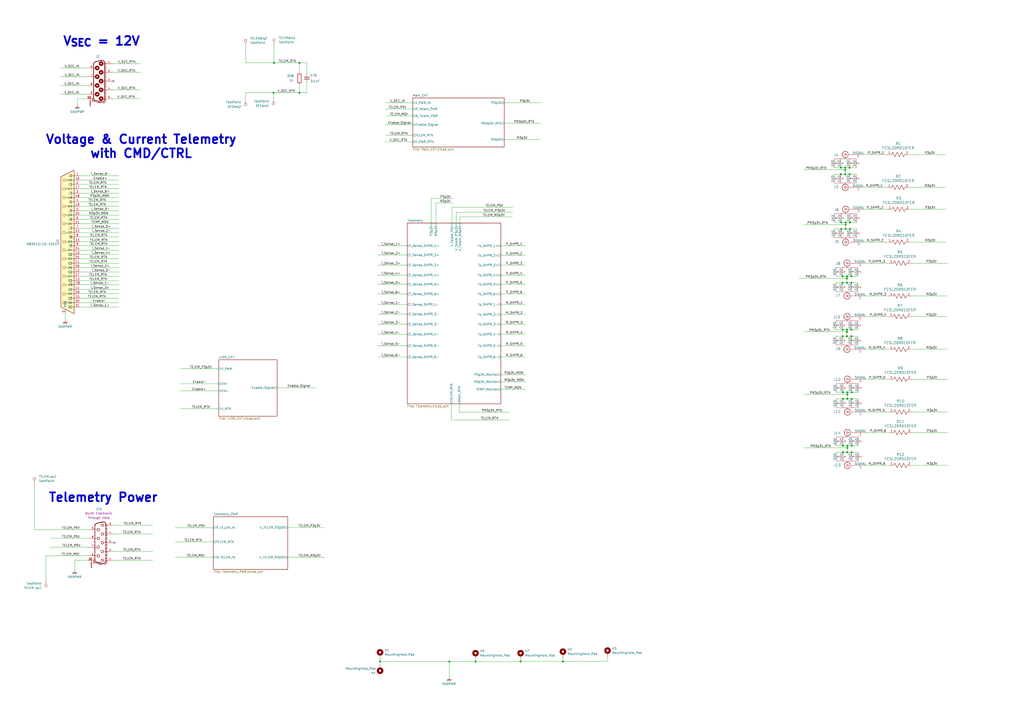
<source format=kicad_sch>
(kicad_sch (version 20250114) (generator "eeschema") (generator_version "9.0")
  (paper "A2")
  (lib_symbols
    (symbol "Adam_Tech:RF2-49B-T-00-50-G-HDW" (pin_names (offset 0))
      (property "Reference" "J" (at 14.732 20.32 0))
      (symbol "RF2-49B-T-00-50-G-HDW_1_1"
        (pin unspecified line (at 7.62 16.51 0) (length 5.08) (name "SIGNAL") (number "1"))
        (pin power_in line (at 11.43 8.89 90) (length 5.08) (name "GND") (number "2"))
        (pin power_in line (at 15.24 8.89 90) (length 5.08) (name "GND") (number "3"))
        (pin power_in line (at 20.32 8.89 90) (length 5.08) (name "GND") (number "4"))
        (pin power_in line (at 24.13 8.89 90) (length 5.08) (name "GND") (number "5"))
      )
      (symbol "RF2-49B-T-00-50-G-HDW_1_2"
        (pin unspecified line (at 0 0 0) (length 5.08) (name "SIGNAL") (number "1"))
        (pin unspecified line (at 0 -2.54 0) (length 5.08) (name "GND") (number "2"))
        (pin unspecified line (at 0 -5.08 0) (length 5.08) (name "GND") (number "3"))
        (pin unspecified line (at 0 -7.62 0) (length 5.08) (name "GND") (number "4"))
        (pin unspecified line (at 0 -10.16 0) (length 5.08) (name "GND") (number "5"))
      )
    )
    (symbol "Cinch_Connectivity:M83513/10-E01CP" (pin_names (offset 1.016))
      (property "Reference" "J" (at 0 0 0))
      (symbol "M83513/10-E01CP_1_1"
        (pin passive line (at 8.636 32.004 0) (length 3.81) (name "28") (number "28"))
        (pin passive line (at 8.89 95.25 0) (length 3.81) (name "1") (number "1"))
        (pin passive line (at 8.89 92.71 0) (length 3.81) (name "16") (number "16"))
        (pin passive line (at 8.89 90.17 0) (length 3.81) (name "2") (number "2"))
        (pin passive line (at 8.89 87.63 0) (length 3.81) (name "17") (number "17"))
        (pin passive line (at 8.89 85.09 0) (length 3.81) (name "3") (number "3"))
        (pin passive line (at 8.89 82.55 0) (length 3.81) (name "18") (number "18"))
        (pin passive line (at 8.89 80.01 0) (length 3.81) (name "4") (number "4"))
        (pin passive line (at 8.89 77.47 0) (length 3.81) (name "19") (number "19"))
        (pin passive line (at 8.89 74.93 0) (length 3.81) (name "5") (number "5"))
        (pin passive line (at 8.89 72.39 0) (length 3.81) (name "20") (number "20"))
        (pin passive line (at 8.89 69.85 0) (length 3.81) (name "6") (number "6"))
        (pin passive line (at 8.89 67.31 0) (length 3.81) (name "21") (number "21"))
        (pin passive line (at 8.89 64.77 0) (length 3.81) (name "7") (number "7"))
        (pin passive line (at 8.89 62.23 0) (length 3.81) (name "22") (number "22"))
        (pin passive line (at 8.89 59.69 0) (length 3.81) (name "8") (number "8"))
        (pin passive line (at 8.89 56.896 0) (length 3.81) (name "23") (number "23"))
        (pin passive line (at 8.89 54.61 0) (length 3.81) (name "9") (number "9"))
        (pin passive line (at 8.89 52.07 0) (length 3.81) (name "24") (number "24"))
        (pin passive line (at 8.89 49.53 0) (length 3.81) (name "10") (number "10"))
        (pin passive line (at 8.89 46.99 0) (length 3.81) (name "25") (number "25"))
        (pin passive line (at 8.89 44.45 0) (length 3.81) (name "11") (number "11"))
        (pin passive line (at 8.89 41.91 0) (length 3.81) (name "26") (number "26"))
        (pin passive line (at 8.89 39.37 0) (length 3.81) (name "12") (number "12"))
        (pin passive line (at 8.89 36.83 0) (length 3.81) (name "27") (number "27"))
        (pin passive line (at 8.89 34.29 0) (length 3.81) (name "13") (number "13"))
        (pin passive line (at 8.89 29.21 0) (length 3.81) (name "14") (number "14"))
        (pin passive line (at 8.89 26.67 0) (length 3.81) (name "29") (number "29"))
        (pin passive line (at 8.89 24.13 0) (length 3.81) (name "15") (number "15"))
        (pin passive line (at 8.89 21.59 0) (length 3.81) (name "30") (number "30"))
        (pin passive line (at 8.89 19.05 0) (length 3.81) (name "31") (number "31"))
        (pin passive line (at 17.78 15.24 90) (length 2.54) (name "PAD") (number "0"))
      )
    )
    (symbol "Connector:TestPoint" (pin_numbers (hide yes)) (pin_names (offset 0.762) (hide yes))
      (property "Reference" "TP" (at 0 6.858 0))
      (property "Value" "TestPoint" (at 0 5.08 0))
      (symbol "TestPoint_1_1"
        (pin passive line (at 0 0 90) (length 2.54) (name "1") (number "1"))
      )
    )
    (symbol "Device:C_Small" (pin_numbers (hide yes)) (pin_names (offset 0.254) (hide yes))
      (property "Reference" "C" (at 0.254 1.778 0))
      (property "Value" "C_Small" (at 0.254 -2.032 0))
      (symbol "C_Small_1_1"
        (pin passive line (at 0 2.54 270) (length 2.032) (name "~") (number "1"))
        (pin passive line (at 0 -2.54 90) (length 2.032) (name "~") (number "2"))
      )
    )
    (symbol "Device:R" (pin_numbers (hide yes)) (pin_names (offset 0))
      (property "Reference" "R" (at 2.032 0 90))
      (property "Value" "R" (at 0 0 90))
      (symbol "R_1_1"
        (pin passive line (at 0 3.81 270) (length 1.27) (name "~") (number "1"))
        (pin passive line (at 0 -3.81 90) (length 1.27) (name "~") (number "2"))
      )
    )
    (symbol "Foil_Resistors:FCSL20R010FER" (pin_names (offset 0.254))
      (property "Reference" "R" (at 5.715 3.81 0))
      (property "Value" "FCSL20R010FER" (at 6.35 -3.81 0))
      (symbol "FCSL20R010FER_1_1"
        (pin unspecified line (at 0 0 0) (length 2.54) (name "") (number "1"))
        (pin unspecified line (at 12.7 0 180) (length 2.54) (name "") (number "2"))
      )
      (symbol "FCSL20R010FER_1_2"
        (pin unspecified line (at 0 12.7 270) (length 2.54) (name "") (number "1"))
        (pin unspecified line (at 0 0 90) (length 2.54) (name "") (number "2"))
      )
    )
    (symbol "Mechanical:MountingHole_Pad" (pin_numbers (hide yes)) (pin_names (offset 1.016) (hide yes)) (exclude_from_sim yes) (in_bom no)
      (property "Reference" "H" (at 0 6.35 0))
      (property "Value" "MountingHole_Pad" (at 0 4.445 0))
      (symbol "MountingHole_Pad_1_1"
        (pin input line (at 0 -2.54 90) (length 2.54) (name "1") (number "1"))
      )
    )
    (symbol "RF2-49B-T-00-50-G-HDW_1" (pin_names (offset 0))
      (property "Reference" "J" (at 14.732 20.32 0))
      (symbol "RF2-49B-T-00-50-G-HDW_1_1_1"
        (pin unspecified line (at 7.62 16.51 0) (length 5.08) (name "SIGNAL") (number "1"))
        (pin power_in line (at 11.43 8.89 90) (length 5.08) (name "GND") (number "2"))
        (pin power_in line (at 15.24 8.89 90) (length 5.08) (name "GND") (number "3"))
        (pin power_in line (at 20.32 8.89 90) (length 5.08) (name "GND") (number "4"))
        (pin power_in line (at 24.13 8.89 90) (length 5.08) (name "GND") (number "5"))
      )
      (symbol "RF2-49B-T-00-50-G-HDW_1_1_2"
        (pin unspecified line (at 0 0 0) (length 5.08) (name "SIGNAL") (number "1"))
        (pin unspecified line (at 0 -2.54 0) (length 5.08) (name "GND") (number "2"))
        (pin unspecified line (at 0 -5.08 0) (length 5.08) (name "GND") (number "3"))
        (pin unspecified line (at 0 -7.62 0) (length 5.08) (name "GND") (number "4"))
        (pin unspecified line (at 0 -10.16 0) (length 5.08) (name "GND") (number "5"))
      )
    )
    (symbol "RF2-49B-T-00-50-G-HDW_10" (pin_names (offset 0))
      (property "Reference" "J" (at 14.732 20.32 0))
      (symbol "RF2-49B-T-00-50-G-HDW_10_1_1"
        (pin unspecified line (at 7.62 16.51 0) (length 5.08) (name "SIGNAL") (number "1"))
        (pin power_in line (at 11.43 8.89 90) (length 5.08) (name "GND") (number "2"))
        (pin power_in line (at 15.24 8.89 90) (length 5.08) (name "GND") (number "3"))
        (pin power_in line (at 20.32 8.89 90) (length 5.08) (name "GND") (number "4"))
        (pin power_in line (at 24.13 8.89 90) (length 5.08) (name "GND") (number "5"))
      )
      (symbol "RF2-49B-T-00-50-G-HDW_10_1_2"
        (pin unspecified line (at 0 0 0) (length 5.08) (name "SIGNAL") (number "1"))
        (pin unspecified line (at 0 -2.54 0) (length 5.08) (name "GND") (number "2"))
        (pin unspecified line (at 0 -5.08 0) (length 5.08) (name "GND") (number "3"))
        (pin unspecified line (at 0 -7.62 0) (length 5.08) (name "GND") (number "4"))
        (pin unspecified line (at 0 -10.16 0) (length 5.08) (name "GND") (number "5"))
      )
    )
    (symbol "RF2-49B-T-00-50-G-HDW_11" (pin_names (offset 0))
      (property "Reference" "J" (at 14.732 20.32 0))
      (symbol "RF2-49B-T-00-50-G-HDW_11_1_1"
        (pin unspecified line (at 7.62 16.51 0) (length 5.08) (name "SIGNAL") (number "1"))
        (pin power_in line (at 11.43 8.89 90) (length 5.08) (name "GND") (number "2"))
        (pin power_in line (at 15.24 8.89 90) (length 5.08) (name "GND") (number "3"))
        (pin power_in line (at 20.32 8.89 90) (length 5.08) (name "GND") (number "4"))
        (pin power_in line (at 24.13 8.89 90) (length 5.08) (name "GND") (number "5"))
      )
      (symbol "RF2-49B-T-00-50-G-HDW_11_1_2"
        (pin unspecified line (at 0 0 0) (length 5.08) (name "SIGNAL") (number "1"))
        (pin unspecified line (at 0 -2.54 0) (length 5.08) (name "GND") (number "2"))
        (pin unspecified line (at 0 -5.08 0) (length 5.08) (name "GND") (number "3"))
        (pin unspecified line (at 0 -7.62 0) (length 5.08) (name "GND") (number "4"))
        (pin unspecified line (at 0 -10.16 0) (length 5.08) (name "GND") (number "5"))
      )
    )
    (symbol "RF2-49B-T-00-50-G-HDW_2" (pin_names (offset 0))
      (property "Reference" "J" (at 14.732 20.32 0))
      (symbol "RF2-49B-T-00-50-G-HDW_2_1_1"
        (pin unspecified line (at 7.62 16.51 0) (length 5.08) (name "SIGNAL") (number "1"))
        (pin power_in line (at 11.43 8.89 90) (length 5.08) (name "GND") (number "2"))
        (pin power_in line (at 15.24 8.89 90) (length 5.08) (name "GND") (number "3"))
        (pin power_in line (at 20.32 8.89 90) (length 5.08) (name "GND") (number "4"))
        (pin power_in line (at 24.13 8.89 90) (length 5.08) (name "GND") (number "5"))
      )
      (symbol "RF2-49B-T-00-50-G-HDW_2_1_2"
        (pin unspecified line (at 0 0 0) (length 5.08) (name "SIGNAL") (number "1"))
        (pin unspecified line (at 0 -2.54 0) (length 5.08) (name "GND") (number "2"))
        (pin unspecified line (at 0 -5.08 0) (length 5.08) (name "GND") (number "3"))
        (pin unspecified line (at 0 -7.62 0) (length 5.08) (name "GND") (number "4"))
        (pin unspecified line (at 0 -10.16 0) (length 5.08) (name "GND") (number "5"))
      )
    )
    (symbol "RF2-49B-T-00-50-G-HDW_3" (pin_names (offset 0))
      (property "Reference" "J" (at 14.732 20.32 0))
      (symbol "RF2-49B-T-00-50-G-HDW_3_1_1"
        (pin unspecified line (at 7.62 16.51 0) (length 5.08) (name "SIGNAL") (number "1"))
        (pin power_in line (at 11.43 8.89 90) (length 5.08) (name "GND") (number "2"))
        (pin power_in line (at 15.24 8.89 90) (length 5.08) (name "GND") (number "3"))
        (pin power_in line (at 20.32 8.89 90) (length 5.08) (name "GND") (number "4"))
        (pin power_in line (at 24.13 8.89 90) (length 5.08) (name "GND") (number "5"))
      )
      (symbol "RF2-49B-T-00-50-G-HDW_3_1_2"
        (pin unspecified line (at 0 0 0) (length 5.08) (name "SIGNAL") (number "1"))
        (pin unspecified line (at 0 -2.54 0) (length 5.08) (name "GND") (number "2"))
        (pin unspecified line (at 0 -5.08 0) (length 5.08) (name "GND") (number "3"))
        (pin unspecified line (at 0 -7.62 0) (length 5.08) (name "GND") (number "4"))
        (pin unspecified line (at 0 -10.16 0) (length 5.08) (name "GND") (number "5"))
      )
    )
    (symbol "RF2-49B-T-00-50-G-HDW_4" (pin_names (offset 0))
      (property "Reference" "J" (at 14.732 20.32 0))
      (symbol "RF2-49B-T-00-50-G-HDW_4_1_1"
        (pin unspecified line (at 7.62 16.51 0) (length 5.08) (name "SIGNAL") (number "1"))
        (pin power_in line (at 11.43 8.89 90) (length 5.08) (name "GND") (number "2"))
        (pin power_in line (at 15.24 8.89 90) (length 5.08) (name "GND") (number "3"))
        (pin power_in line (at 20.32 8.89 90) (length 5.08) (name "GND") (number "4"))
        (pin power_in line (at 24.13 8.89 90) (length 5.08) (name "GND") (number "5"))
      )
      (symbol "RF2-49B-T-00-50-G-HDW_4_1_2"
        (pin unspecified line (at 0 0 0) (length 5.08) (name "SIGNAL") (number "1"))
        (pin unspecified line (at 0 -2.54 0) (length 5.08) (name "GND") (number "2"))
        (pin unspecified line (at 0 -5.08 0) (length 5.08) (name "GND") (number "3"))
        (pin unspecified line (at 0 -7.62 0) (length 5.08) (name "GND") (number "4"))
        (pin unspecified line (at 0 -10.16 0) (length 5.08) (name "GND") (number "5"))
      )
    )
    (symbol "RF2-49B-T-00-50-G-HDW_5" (pin_names (offset 0))
      (property "Reference" "J" (at 14.732 20.32 0))
      (symbol "RF2-49B-T-00-50-G-HDW_5_1_1"
        (pin unspecified line (at 7.62 16.51 0) (length 5.08) (name "SIGNAL") (number "1"))
        (pin power_in line (at 11.43 8.89 90) (length 5.08) (name "GND") (number "2"))
        (pin power_in line (at 15.24 8.89 90) (length 5.08) (name "GND") (number "3"))
        (pin power_in line (at 20.32 8.89 90) (length 5.08) (name "GND") (number "4"))
        (pin power_in line (at 24.13 8.89 90) (length 5.08) (name "GND") (number "5"))
      )
      (symbol "RF2-49B-T-00-50-G-HDW_5_1_2"
        (pin unspecified line (at 0 0 0) (length 5.08) (name "SIGNAL") (number "1"))
        (pin unspecified line (at 0 -2.54 0) (length 5.08) (name "GND") (number "2"))
        (pin unspecified line (at 0 -5.08 0) (length 5.08) (name "GND") (number "3"))
        (pin unspecified line (at 0 -7.62 0) (length 5.08) (name "GND") (number "4"))
        (pin unspecified line (at 0 -10.16 0) (length 5.08) (name "GND") (number "5"))
      )
    )
    (symbol "RF2-49B-T-00-50-G-HDW_6" (pin_names (offset 0))
      (property "Reference" "J" (at 14.732 20.32 0))
      (symbol "RF2-49B-T-00-50-G-HDW_6_1_1"
        (pin unspecified line (at 7.62 16.51 0) (length 5.08) (name "SIGNAL") (number "1"))
        (pin power_in line (at 11.43 8.89 90) (length 5.08) (name "GND") (number "2"))
        (pin power_in line (at 15.24 8.89 90) (length 5.08) (name "GND") (number "3"))
        (pin power_in line (at 20.32 8.89 90) (length 5.08) (name "GND") (number "4"))
        (pin power_in line (at 24.13 8.89 90) (length 5.08) (name "GND") (number "5"))
      )
      (symbol "RF2-49B-T-00-50-G-HDW_6_1_2"
        (pin unspecified line (at 0 0 0) (length 5.08) (name "SIGNAL") (number "1"))
        (pin unspecified line (at 0 -2.54 0) (length 5.08) (name "GND") (number "2"))
        (pin unspecified line (at 0 -5.08 0) (length 5.08) (name "GND") (number "3"))
        (pin unspecified line (at 0 -7.62 0) (length 5.08) (name "GND") (number "4"))
        (pin unspecified line (at 0 -10.16 0) (length 5.08) (name "GND") (number "5"))
      )
    )
    (symbol "RF2-49B-T-00-50-G-HDW_7" (pin_names (offset 0))
      (property "Reference" "J" (at 14.732 20.32 0))
      (symbol "RF2-49B-T-00-50-G-HDW_7_1_1"
        (pin unspecified line (at 7.62 16.51 0) (length 5.08) (name "SIGNAL") (number "1"))
        (pin power_in line (at 11.43 8.89 90) (length 5.08) (name "GND") (number "2"))
        (pin power_in line (at 15.24 8.89 90) (length 5.08) (name "GND") (number "3"))
        (pin power_in line (at 20.32 8.89 90) (length 5.08) (name "GND") (number "4"))
        (pin power_in line (at 24.13 8.89 90) (length 5.08) (name "GND") (number "5"))
      )
      (symbol "RF2-49B-T-00-50-G-HDW_7_1_2"
        (pin unspecified line (at 0 0 0) (length 5.08) (name "SIGNAL") (number "1"))
        (pin unspecified line (at 0 -2.54 0) (length 5.08) (name "GND") (number "2"))
        (pin unspecified line (at 0 -5.08 0) (length 5.08) (name "GND") (number "3"))
        (pin unspecified line (at 0 -7.62 0) (length 5.08) (name "GND") (number "4"))
        (pin unspecified line (at 0 -10.16 0) (length 5.08) (name "GND") (number "5"))
      )
    )
    (symbol "RF2-49B-T-00-50-G-HDW_8" (pin_names (offset 0))
      (property "Reference" "J" (at 14.732 20.32 0))
      (symbol "RF2-49B-T-00-50-G-HDW_8_1_1"
        (pin unspecified line (at 7.62 16.51 0) (length 5.08) (name "SIGNAL") (number "1"))
        (pin power_in line (at 11.43 8.89 90) (length 5.08) (name "GND") (number "2"))
        (pin power_in line (at 15.24 8.89 90) (length 5.08) (name "GND") (number "3"))
        (pin power_in line (at 20.32 8.89 90) (length 5.08) (name "GND") (number "4"))
        (pin power_in line (at 24.13 8.89 90) (length 5.08) (name "GND") (number "5"))
      )
      (symbol "RF2-49B-T-00-50-G-HDW_8_1_2"
        (pin unspecified line (at 0 0 0) (length 5.08) (name "SIGNAL") (number "1"))
        (pin unspecified line (at 0 -2.54 0) (length 5.08) (name "GND") (number "2"))
        (pin unspecified line (at 0 -5.08 0) (length 5.08) (name "GND") (number "3"))
        (pin unspecified line (at 0 -7.62 0) (length 5.08) (name "GND") (number "4"))
        (pin unspecified line (at 0 -10.16 0) (length 5.08) (name "GND") (number "5"))
      )
    )
    (symbol "RF2-49B-T-00-50-G-HDW_9" (pin_names (offset 0))
      (property "Reference" "J" (at 14.732 20.32 0))
      (symbol "RF2-49B-T-00-50-G-HDW_9_1_1"
        (pin unspecified line (at 7.62 16.51 0) (length 5.08) (name "SIGNAL") (number "1"))
        (pin power_in line (at 11.43 8.89 90) (length 5.08) (name "GND") (number "2"))
        (pin power_in line (at 15.24 8.89 90) (length 5.08) (name "GND") (number "3"))
        (pin power_in line (at 20.32 8.89 90) (length 5.08) (name "GND") (number "4"))
        (pin power_in line (at 24.13 8.89 90) (length 5.08) (name "GND") (number "5"))
      )
      (symbol "RF2-49B-T-00-50-G-HDW_9_1_2"
        (pin unspecified line (at 0 0 0) (length 5.08) (name "SIGNAL") (number "1"))
        (pin unspecified line (at 0 -2.54 0) (length 5.08) (name "GND") (number "2"))
        (pin unspecified line (at 0 -5.08 0) (length 5.08) (name "GND") (number "3"))
        (pin unspecified line (at 0 -7.62 0) (length 5.08) (name "GND") (number "4"))
        (pin unspecified line (at 0 -10.16 0) (length 5.08) (name "GND") (number "5"))
      )
    )
    (symbol "Wurth Elektronik:6180XX231121_618009231121" (pin_names (offset 1.016))
      (property "Reference" "J" (at 13.78 1.66 0))
      (property "Manufacturer" "Wurth Electronics" (at 0 0 0))
      (property "Part Type" "Through Hole" (at 0 0 0))
      (symbol "6180XX231121_618009231121_0_0"
        (text "shield" (at 10.9 -5.32 0) (effects (font (size 0.8128 0.8128)) (justify left bottom)))
        (pin bidirectional line (at -10.16 7.62 270) (length 5.08) (name "~") (number "5"))
        (pin bidirectional line (at -7.62 -7.62 90) (length 5.08) (name "~") (number "9"))
        (pin bidirectional line (at -5.08 7.62 270) (length 5.08) (name "~") (number "4"))
        (pin bidirectional line (at -2.54 -7.62 90) (length 5.08) (name "~") (number "8"))
        (pin bidirectional line (at 0 7.62 270) (length 5.08) (name "~") (number "3"))
        (pin bidirectional line (at 2.54 -7.62 90) (length 5.08) (name "~") (number "7"))
        (pin bidirectional line (at 5.08 7.62 270) (length 5.08) (name "~") (number "2"))
        (pin bidirectional line (at 7.62 -7.62 90) (length 5.08) (name "~") (number "6"))
        (pin bidirectional line (at 10.16 7.62 270) (length 5.08) (name "~") (number "1"))
        (pin bidirectional line (at 10.16 -7.62 90) (length 2.54) (name "~") (number "S1"))
        (pin bidirectional line (at 10.16 -7.62 90) (length 2.54) (name "~") (number "S2"))
      )
    )
    (symbol "Wurth Elektronik:6180XX231221_618009231221" (pin_names (offset 1.016))
      (property "Reference" "J" (at 13.78 1.66 0))
      (symbol "6180XX231221_618009231221_0_0"
        (text "shield" (at 10.9 -5.32 0) (effects (font (size 0.8128 0.8128)) (justify left bottom)))
        (pin bidirectional line (at -10.16 7.62 270) (length 5.08) (name "~") (number "1"))
        (pin bidirectional line (at -7.62 -7.62 90) (length 5.08) (name "~") (number "6"))
        (pin bidirectional line (at -5.08 7.62 270) (length 5.08) (name "~") (number "2"))
        (pin bidirectional line (at -2.54 -7.62 90) (length 5.08) (name "~") (number "7"))
        (pin bidirectional line (at 0 7.62 270) (length 5.08) (name "~") (number "3"))
        (pin bidirectional line (at 2.54 -7.62 90) (length 5.08) (name "~") (number "8"))
        (pin bidirectional line (at 5.08 7.62 270) (length 5.08) (name "~") (number "4"))
        (pin bidirectional line (at 7.62 -7.62 90) (length 5.08) (name "~") (number "9"))
        (pin bidirectional line (at 10.16 7.62 270) (length 5.08) (name "~") (number "5"))
        (pin bidirectional line (at 10.16 -7.62 90) (length 2.54) (name "~") (number "S1"))
        (pin bidirectional line (at 10.16 -7.62 90) (length 2.54) (name "~") (number "S2"))
      )
    )
    (symbol "power:GNDPWR" (power) (pin_numbers (hide yes)) (pin_names (offset 0) (hide yes))
      (property "Value" "GNDPWR" (at 0 -3.302 0))
      (symbol "GNDPWR_1_1"
        (pin power_in line (at 0 0 270) (length 0) (name "~") (number "1"))
      )
    )
  )
  (text "Voltage & Current Telemetry\nwith CMD/CTRL" (at 81.8783 85.0646 0) (effects (font (size 5.08 5.08) (thickness 1.016) (bold yes))))
  (text "Telemetry Power" (at 59.8617 288.6647 0) (effects (font (size 5.08 5.08) (thickness 1.016) (bold yes))))
  (text "V_{SEC} = 12V" (at 58.9037 23.9506 0) (effects (font (size 5.08 5.08) (thickness 1.016) (bold yes))))
  (junction (at 490.5433 129.0096))
  (junction (at 488.0033 132.8196))
  (junction (at 173.7111 53.7794))
  (junction (at 490.5433 130.2796))
  (junction (at 488.7653 195.0496))
  (junction (at 492.8293 97.2596))
  (junction (at 302.0087 383.7127))
  (junction (at 491.5593 227.5616))
  (junction (at 487.7493 101.0696))
  (junction (at 489.0193 227.5616))
  (junction (at 489.0193 258.5496))
  (junction (at 491.5593 259.8196))
  (junction (at 488.7653 191.2396))
  (junction (at 490.2893 98.5296))
  (junction (at 490.2893 97.2596))
  (junction (at 491.5593 231.3716))
  (junction (at 260.6067 383.7429))
  (junction (at 493.8453 195.0496))
  (junction (at 489.0193 231.3716))
  (junction (at 491.3053 164.0616))
  (junction (at 493.0833 129.0096))
  (junction (at 490.5433 132.8196))
  (junction (at 490.2893 101.0696))
  (junction (at 494.0993 227.5616))
  (junction (at 491.5593 262.3596))
  (junction (at 491.3053 191.2396))
  (junction (at 488.7653 164.0616))
  (junction (at 326.6136 383.7127))
  (junction (at 158.6512 53.7794))
  (junction (at 493.0833 132.8196))
  (junction (at 489.0193 262.3596))
  (junction (at 491.3053 195.0496))
  (junction (at 488.7653 160.2516))
  (junction (at 220.4747 383.7429))
  (junction (at 494.0993 258.5496))
  (junction (at 493.8453 191.2396))
  (junction (at 493.8453 164.0616))
  (junction (at 173.7111 36.467))
  (junction (at 488.0033 129.0096))
  (junction (at 275.8467 383.7429))
  (junction (at 491.5593 258.5496))
  (junction (at 494.0993 262.3596))
  (junction (at 491.3053 160.2516))
  (junction (at 491.3053 192.5096))
  (junction (at 491.3053 161.5216))
  (junction (at 158.9446 36.467))
  (junction (at 487.7493 97.2596))
  (junction (at 494.0993 231.3716))
  (junction (at 493.8453 160.2516))
  (junction (at 491.5593 228.8316))
  (junction (at 492.8293 101.0696))
  (no_connect (at 66.4359 314.8287))
  (no_connect (at 65.7617 47.0646))
  (wire (pts (xy 34.7737 49.6046) (xy 50.5217 49.6046)))
  (wire (pts (xy 219.1996 182.2081) (xy 236.2176 182.2081)))
  (wire (pts (xy 46.7791 134.9177) (xy 69.0138 134.9177)))
  (wire (pts (xy 46.7791 106.9777) (xy 69.0138 106.9777)))
  (wire (pts (xy 34.7737 54.6846) (xy 50.5217 54.6846)))
  (wire (pts (xy 528.6433 269.9796) (xy 549.7253 269.9796)))
  (wire (pts (xy 493.8453 160.2516) (xy 497.6553 160.2516)))
  (wire (pts (xy 528.6433 238.9916) (xy 549.7253 238.9916)))
  (wire (pts (xy 485.2093 258.5496) (xy 489.0193 258.5496)))
  (wire (pts (xy 239.3956 63.2271) (xy 223.6212 63.2271)))
  (wire (pts (xy 501.4653 183.6196) (xy 515.6893 183.6196)))
  (wire (pts (xy 26.6432 336.4492) (xy 26.6432 322.4487)))
  (wire (pts (xy 489.0193 262.3596) (xy 491.5593 262.3596)))
  (wire (pts (xy 500.4493 89.6396) (xy 514.6733 89.6396)))
  (wire (pts (xy 50.5217 57.2246) (xy 44.9337 57.2246)))
  (wire (pts (xy 290.5736 193.8921) (xy 304.7976 193.8921)))
  (wire (pts (xy 484.9553 164.0616) (xy 488.7653 164.0616)))
  (wire (pts (xy 219.1996 188.0501) (xy 236.2176 188.0501)))
  (wire (pts (xy 19.9606 307.2087) (xy 51.1959 307.2087)))
  (wire (pts (xy 261.8436 243.6389) (xy 295.2412 243.6389)))
  (wire (pts (xy 488.7653 164.0616) (xy 491.3053 164.0616)))
  (wire (pts (xy 275.8467 383.7429) (xy 275.8467 382.7269)))
  (wire (pts (xy 528.6433 219.9416) (xy 549.7253 219.9416)))
  (wire (pts (xy 490.2893 98.5296) (xy 490.2893 101.0696)))
  (wire (pts (xy 483.9393 101.0696) (xy 487.7493 101.0696)))
  (wire (pts (xy 489.0193 231.3716) (xy 491.5593 231.3716)))
  (wire (pts (xy 173.7111 41.6991) (xy 173.7111 36.467)))
  (wire (pts (xy 46.7791 147.6177) (xy 69.0138 147.6177)))
  (wire (pts (xy 65.7617 41.9846) (xy 81.5097 41.9846)))
  (wire (pts (xy 219.1996 147.9181) (xy 236.2176 147.9181)))
  (wire (pts (xy 220.4747 383.7429) (xy 220.4747 385.2669)))
  (wire (pts (xy 490.2893 97.2596) (xy 490.2893 98.5296)))
  (wire (pts (xy 488.0033 132.8196) (xy 490.5433 132.8196)))
  (wire (pts (xy 126.8693 222.5868) (xy 104.6827 222.5868)))
  (wire (pts (xy 223.6476 59.6193) (xy 239.3956 59.6193)))
  (wire (pts (xy 290.5736 159.6021) (xy 304.7976 159.6021)))
  (wire (pts (xy 250.1003 129.3761) (xy 250.1003 115.1521)))
  (wire (pts (xy 290.5736 188.0501) (xy 304.7976 188.0501)))
  (wire (pts (xy 484.9553 195.0496) (xy 488.7653 195.0496)))
  (wire (pts (xy 491.5593 258.5496) (xy 494.0993 258.5496)))
  (wire (pts (xy 178.0117 36.467) (xy 178.0117 42.8037)))
  (wire (pts (xy 47.0331 165.1437) (xy 69.2678 165.1437)))
  (wire (pts (xy 173.7111 36.467) (xy 178.0117 36.467)))
  (wire (pts (xy 290.5736 148.1721) (xy 304.7976 148.1721)))
  (wire (pts (xy 501.7193 238.9916) (xy 515.9433 238.9916)))
  (wire (pts (xy 500.7033 140.4396) (xy 514.9273 140.4396)))
  (wire (pts (xy 500.4493 108.6896) (xy 514.6733 108.6896)))
  (wire (pts (xy 487.7493 101.0696) (xy 490.2893 101.0696)))
  (wire (pts (xy 490.2893 97.2596) (xy 492.8293 97.2596)))
  (wire (pts (xy 501.4653 202.6696) (xy 515.6893 202.6696)))
  (wire (pts (xy 302.0087 383.7127) (xy 326.6136 383.7127)))
  (wire (pts (xy 88.6225 324.9887) (xy 66.4359 324.9887)))
  (wire (pts (xy 484.9553 160.2516) (xy 488.7653 160.2516)))
  (wire (pts (xy 290.5736 207.1001) (xy 304.7976 207.1001)))
  (wire (pts (xy 260.6067 383.7429) (xy 275.8467 383.7429)))
  (wire (pts (xy 484.9553 191.2396) (xy 488.7653 191.2396)))
  (wire (pts (xy 266.8023 129.3761) (xy 266.8023 125.7533)))
  (wire (pts (xy 466.2439 192.5096) (xy 491.3053 192.5096)))
  (wire (pts (xy 326.6136 383.7127) (xy 326.6136 381.8189)))
  (wire (pts (xy 528.3893 171.6816) (xy 549.4713 171.6816)))
  (wire (pts (xy 488.7653 195.0496) (xy 491.3053 195.0496)))
  (wire (pts (xy 46.7791 140.2517) (xy 69.0138 140.2517)))
  (wire (pts (xy 46.7791 170.4777) (xy 69.0138 170.4777)))
  (wire (pts (xy 492.8293 97.2596) (xy 496.6393 97.2596)))
  (wire (pts (xy 494.0993 258.5496) (xy 497.9093 258.5496)))
  (wire (pts (xy 491.3053 160.2516) (xy 491.3053 161.5216)))
  (wire (pts (xy 173.7111 53.7794) (xy 178.0117 53.7794)))
  (wire (pts (xy 239.3956 72.2864) (xy 223.4262 72.2864)))
  (wire (pts (xy 43.3844 324.9887) (xy 51.1959 324.9887)))
  (wire (pts (xy 158.9446 36.467) (xy 173.7111 36.467)))
  (wire (pts (xy 46.7791 109.5177) (xy 69.0138 109.5177)))
  (wire (pts (xy 491.5593 258.5496) (xy 491.5593 259.8196)))
  (wire (pts (xy 302.0087 383.7127) (xy 302.0087 383.7429)))
  (wire (pts (xy 493.0833 129.0096) (xy 496.8933 129.0096)))
  (wire (pts (xy 88.6225 304.6687) (xy 66.4359 304.6687)))
  (wire (pts (xy 46.7791 152.6977) (xy 69.0138 152.6977)))
  (wire (pts (xy 51.1959 317.3687) (xy 29.0093 317.3687)))
  (wire (pts (xy 182.9232 224.8875) (xy 160.7366 224.8875)))
  (wire (pts (xy 126.8693 237.1104) (xy 104.6827 237.1104)))
  (wire (pts (xy 491.5593 231.3716) (xy 494.0993 231.3716)))
  (wire (pts (xy 68.9657 173.0177) (xy 46.7791 173.0177)))
  (wire (pts (xy 37.8891 185.6744) (xy 37.8891 181.9077)))
  (wire (pts (xy 260.6067 383.7429) (xy 260.6067 392.8869)))
  (wire (pts (xy 527.3733 108.6896) (xy 548.4553 108.6896)))
  (wire (pts (xy 264.7145 123.077) (xy 297.4595 123.077)))
  (wire (pts (xy 46.7791 112.0577) (xy 69.0138 112.0577)))
  (wire (pts (xy 46.7791 129.8377) (xy 69.0138 129.8377)))
  (wire (pts (xy 490.5433 132.8196) (xy 493.0833 132.8196)))
  (wire (pts (xy 302.0087 382.7269) (xy 302.0087 383.7127)))
  (wire (pts (xy 46.7791 137.4577) (xy 69.0138 137.4577)))
  (wire (pts (xy 290.5736 225.8662) (xy 304.9019 225.8662)))
  (wire (pts (xy 490.5433 129.0096) (xy 490.5433 130.2796)))
  (wire (pts (xy 158.6512 56.7374) (xy 158.6512 53.7794)))
  (wire (pts (xy 219.1996 176.6201) (xy 236.2176 176.6201)))
  (wire (pts (xy 493.8453 164.0616) (xy 497.6553 164.0616)))
  (wire (pts (xy 290.5736 170.5241) (xy 304.7976 170.5241)))
  (wire (pts (xy 46.7791 122.2177) (xy 69.0138 122.2177)))
  (wire (pts (xy 501.4653 171.6816) (xy 515.6893 171.6816)))
  (wire (pts (xy 466.2057 98.5296) (xy 490.2893 98.5296)))
  (wire (pts (xy 44.9337 57.2246) (xy 44.9337 61.0346)))
  (wire (pts (xy 485.2093 227.5616) (xy 489.0193 227.5616)))
  (wire (pts (xy 46.7791 150.1577) (xy 69.0138 150.1577)))
  (wire (pts (xy 158.6512 53.7794) (xy 173.7111 53.7794)))
  (wire (pts (xy 166.9301 323.2598) (xy 188.1943 323.2598)))
  (wire (pts (xy 528.6433 250.9296) (xy 549.7253 250.9296)))
  (wire (pts (xy 290.5736 176.6201) (xy 304.7976 176.6201)))
  (wire (pts (xy 46.7791 162.8577) (xy 69.0138 162.8577)))
  (wire (pts (xy 219.1996 153.7601) (xy 236.2176 153.7601)))
  (wire (pts (xy 491.5593 259.8196) (xy 491.5593 262.3596)))
  (wire (pts (xy 173.7111 49.3191) (xy 173.7111 53.7794)))
  (wire (pts (xy 223.6476 67.2534) (xy 239.3956 67.2534)))
  (wire (pts (xy 88.6225 309.7487) (xy 66.4359 309.7487)))
  (wire (pts (xy 262.2007 129.3761) (xy 262.2007 120.2574)))
  (wire (pts (xy 46.7791 119.6777) (xy 69.0138 119.6777)))
  (wire (pts (xy 527.6273 140.4396) (xy 548.7093 140.4396)))
  (wire (pts (xy 252.8698 117.7436) (xy 252.8698 129.3761)))
  (wire (pts (xy 65.7617 57.2246) (xy 81.5097 57.2246)))
  (wire (pts (xy 501.7193 219.9416) (xy 515.9433 219.9416)))
  (wire (pts (xy 252.8698 117.7436) (xy 263.0955 117.7436)))
  (wire (pts (xy 527.6273 121.3896) (xy 548.7093 121.3896)))
  (wire (pts (xy 262.2007 120.2574) (xy 297.4793 120.2574)))
  (wire (pts (xy 483.9393 97.2596) (xy 487.7493 97.2596)))
  (wire (pts (xy 46.7791 167.9377) (xy 69.0138 167.9377)))
  (wire (pts (xy 266.4452 234.3057) (xy 266.4452 239.0972)))
  (wire (pts (xy 493.8453 195.0496) (xy 497.6553 195.0496)))
  (wire (pts (xy 264.7145 123.077) (xy 264.7145 129.3761)))
  (wire (pts (xy 46.7791 101.8977) (xy 69.0138 101.8977)))
  (wire (pts (xy 352.4288 383.7127) (xy 352.4288 381.2026)))
  (wire (pts (xy 220.4747 383.7429) (xy 260.6067 383.7429)))
  (wire (pts (xy 43.3844 330.8451) (xy 43.3844 324.9887)))
  (wire (pts (xy 491.3053 191.2396) (xy 491.3053 192.5096)))
  (wire (pts (xy 266.8023 125.7533) (xy 297.3755 125.7533)))
  (wire (pts (xy 326.6136 381.8189) (xy 326.5451 381.8189)))
  (wire (pts (xy 501.7193 269.9796) (xy 515.9433 269.9796)))
  (wire (pts (xy 489.0193 258.5496) (xy 491.5593 258.5496)))
  (wire (pts (xy 494.0993 227.5616) (xy 497.9093 227.5616)))
  (wire (pts (xy 488.7653 160.2516) (xy 491.3053 160.2516)))
  (wire (pts (xy 123.8003 323.2598) (xy 101.6137 323.2598)))
  (wire (pts (xy 126.8693 213.9588) (xy 104.6827 213.9588)))
  (wire (pts (xy 528.3893 183.6196) (xy 549.4713 183.6196)))
  (wire (pts (xy 290.5736 164.9361) (xy 304.7976 164.9361)))
  (wire (pts (xy 158.9446 26.519) (xy 158.9446 36.467)))
  (wire (pts (xy 223.3936 82.2253) (xy 239.3956 82.2253)))
  (wire (pts (xy 46.7791 155.2377) (xy 69.0138 155.2377)))
  (wire (pts (xy 46.7791 117.1377) (xy 69.0138 117.1377)))
  (wire (pts (xy 491.3053 164.0616) (xy 493.8453 164.0616)))
  (wire (pts (xy 123.8003 306.0758) (xy 101.6137 306.0758)))
  (wire (pts (xy 219.1996 193.8921) (xy 236.2176 193.8921)))
  (wire (pts (xy 223.6476 78.4697) (xy 239.3956 78.4697)))
  (wire (pts (xy 46.7791 124.7577) (xy 69.0138 124.7577)))
  (wire (pts (xy 142.5015 26.8378) (xy 142.5015 36.467)))
  (wire (pts (xy 484.1933 132.8196) (xy 488.0033 132.8196)))
  (wire (pts (xy 51.1959 312.2887) (xy 29.0093 312.2887)))
  (wire (pts (xy 46.7791 178.0977) (xy 69.0138 178.0977)))
  (wire (pts (xy 490.2893 101.0696) (xy 492.8293 101.0696)))
  (wire (pts (xy 126.8693 226.7569) (xy 104.6827 226.7569)))
  (wire (pts (xy 290.5736 217.3102) (xy 304.9019 217.3102)))
  (wire (pts (xy 290.5736 200.4961) (xy 304.7976 200.4961)))
  (wire (pts (xy 485.2093 231.3716) (xy 489.0193 231.3716)))
  (wire (pts (xy 466.2993 228.8316) (xy 491.5593 228.8316)))
  (wire (pts (xy 491.5593 228.8316) (xy 491.5593 231.3716)))
  (wire (pts (xy 261.8436 243.6389) (xy 261.8436 234.3057)))
  (wire (pts (xy 178.0117 53.7794) (xy 178.0117 47.8837)))
  (wire (pts (xy 527.3733 89.6396) (xy 548.4553 89.6396)))
  (wire (pts (xy 68.9657 175.5577) (xy 46.7791 175.5577)))
  (wire (pts (xy 46.7791 114.5977) (xy 69.0138 114.5977)))
  (wire (pts (xy 275.8467 383.7429) (xy 302.0087 383.7429)))
  (wire (pts (xy 266.4452 239.0972) (xy 295.342 239.0972)))
  (wire (pts (xy 326.6136 383.7127) (xy 352.4288 383.7127)))
  (wire (pts (xy 488.0033 129.0096) (xy 490.5433 129.0096)))
  (wire (pts (xy 34.7737 44.5246) (xy 50.5217 44.5246)))
  (wire (pts (xy 290.5736 221.4644) (xy 304.9019 221.4644)))
  (wire (pts (xy 463.3149 161.5216) (xy 491.3053 161.5216)))
  (wire (pts (xy 219.1996 170.5241) (xy 236.2176 170.5241)))
  (wire (pts (xy 26.6432 322.4487) (xy 51.1959 322.4487)))
  (wire (pts (xy 528.3893 202.6696) (xy 549.4713 202.6696)))
  (wire (pts (xy 494.0993 262.3596) (xy 497.9093 262.3596)))
  (wire (pts (xy 290.5736 153.7601) (xy 304.7976 153.7601)))
  (wire (pts (xy 491.3053 191.2396) (xy 493.8453 191.2396)))
  (wire (pts (xy 68.9657 104.4377) (xy 46.7791 104.4377)))
  (wire (pts (xy 491.5593 262.3596) (xy 494.0993 262.3596)))
  (wire (pts (xy 219.1996 142.5841) (xy 236.2176 142.5841)))
  (wire (pts (xy 492.8293 101.0696) (xy 496.6393 101.0696)))
  (wire (pts (xy 290.5736 182.4621) (xy 304.7976 182.4621)))
  (wire (pts (xy 46.7791 142.5377) (xy 69.0138 142.5377)))
  (wire (pts (xy 220.4747 382.2189) (xy 220.4747 383.7429)))
  (wire (pts (xy 142.5015 36.467) (xy 158.9446 36.467)))
  (wire (pts (xy 219.1996 207.1001) (xy 236.2176 207.1001)))
  (wire (pts (xy 491.3053 195.0496) (xy 493.8453 195.0496)))
  (wire (pts (xy 501.7193 250.9296) (xy 515.9433 250.9296)))
  (wire (pts (xy 489.0193 227.5616) (xy 491.5593 227.5616)))
  (wire (pts (xy 491.5593 227.5616) (xy 491.5593 228.8316)))
  (wire (pts (xy 19.9606 281.0162) (xy 19.9606 307.2087)))
  (wire (pts (xy 466.1477 130.2796) (xy 490.5433 130.2796)))
  (wire (pts (xy 292.4816 59.6193) (xy 313.5636 59.6193)))
  (wire (pts (xy 142.4112 53.7794) (xy 158.6512 53.7794)))
  (wire (pts (xy 493.8453 191.2396) (xy 497.6553 191.2396)))
  (wire (pts (xy 491.3053 161.5216) (xy 491.3053 164.0616)))
  (wire (pts (xy 219.1996 200.4961) (xy 236.2176 200.4961)))
  (wire (pts (xy 493.0833 132.8196) (xy 496.8933 132.8196)))
  (wire (pts (xy 290.5736 142.5841) (xy 304.7976 142.5841)))
  (wire (pts (xy 166.9301 306.0039) (xy 188.1943 306.0039)))
  (wire (pts (xy 292.4816 71.5624) (xy 313.5636 71.5624)))
  (wire (pts (xy 219.1996 159.6021) (xy 236.2176 159.6021)))
  (wire (pts (xy 46.7791 157.7777) (xy 69.0138 157.7777)))
  (wire (pts (xy 485.2093 262.3596) (xy 489.0193 262.3596)))
  (wire (pts (xy 219.1996 164.9361) (xy 236.2176 164.9361)))
  (wire (pts (xy 488.7653 191.2396) (xy 491.3053 191.2396)))
  (wire (pts (xy 88.6225 319.9087) (xy 66.4359 319.9087)))
  (wire (pts (xy 46.7791 127.2977) (xy 69.0138 127.2977)))
  (wire (pts (xy 484.1933 129.0096) (xy 488.0033 129.0096)))
  (wire (pts (xy 46.7791 160.3177) (xy 69.0138 160.3177)))
  (wire (pts (xy 500.7033 121.3896) (xy 514.9273 121.3896)))
  (wire (pts (xy 490.5433 130.2796) (xy 490.5433 132.8196)))
  (wire (pts (xy 142.4112 57.2539) (xy 142.4112 53.7794)))
  (wire (pts (xy 65.7617 36.9046) (xy 81.5097 36.9046)))
  (wire (pts (xy 501.4653 152.6316) (xy 515.6893 152.6316)))
  (wire (pts (xy 250.1003 115.1521) (xy 263.0955 115.1521)))
  (wire (pts (xy 491.3053 192.5096) (xy 491.3053 195.0496)))
  (wire (pts (xy 487.7493 97.2596) (xy 490.2893 97.2596)))
  (wire (pts (xy 490.5433 129.0096) (xy 493.0833 129.0096)))
  (wire (pts (xy 123.8003 314.3442) (xy 101.6137 314.3442)))
  (wire (pts (xy 491.3053 160.2516) (xy 493.8453 160.2516)))
  (wire (pts (xy 46.7791 132.3777) (xy 69.0138 132.3777)))
  (wire (pts (xy 46.7791 145.0777) (xy 69.0138 145.0777)))
  (wire (pts (xy 491.5593 227.5616) (xy 494.0993 227.5616)))
  (wire (pts (xy 65.7617 52.1446) (xy 81.5097 52.1446)))
  (wire (pts (xy 528.3893 152.6316) (xy 549.4713 152.6316)))
  (wire (pts (xy 292.4816 80.9093) (xy 313.5636 80.9093)))
  (wire (pts (xy 34.7737 39.4446) (xy 50.5217 39.4446)))
  (wire (pts (xy 466.3619 259.8196) (xy 491.5593 259.8196)))
  (wire (pts (xy 494.0993 231.3716) (xy 497.9093 231.3716)))
  (label "M3p3V_MON" (at 51.529 124.7577 0) (effects (font (thickness 0.1588))))
  (label "P_SHPR_1" (at 293.3676 142.5841 0))
  (label "TELEM_RTN" (at 51.1027 170.4777 0))
  (label "V_SEC_IN" (at 37.2016 49.6046 0))
  (label "M3p3V" (at 299.7114 80.9093 0))
  (label "V_SEC_RTN" (at 68.3017 36.9046 0))
  (label "Enable_Signal" (at 224.96 72.2864 0) (effects (font (thickness 0.1588))))
  (label "TELEM_RTN" (at 51.9456 142.5377 0))
  (label "TELEM_RTN" (at 226.1397 78.4697 0))
  (label "i_Sense_6+" (at 221.2316 170.5241 0))
  (label "M_SHPR_4" (at 293.3676 193.8921 0))
  (label "TELEM_M5V" (at 108.1975 323.2598 0))
  (label "TELEM_RTN" (at 111.274 237.1104 0))
  (label "M_SHPR_3" (at 504.2593 171.6816 0))
  (label "i_Sense_3+" (at 221.2316 153.7601 0))
  (label "P_SHPR_6" (at 293.3676 170.5241 0))
  (label "TELEM_P3p3V" (at 280.2093 123.077 0))
  (label "TELEM_RTN" (at 52.0575 140.2517 0))
  (label "PM3p3V_RTN" (at 467.2389 161.5216 0))
  (label "V_SEC_RTN" (at 225.9336 82.2253 0))
  (label "TELEM_M5V" (at 226.0119 67.2534 0))
  (label "i_Sense_4-" (at 221.2316 193.8921 0))
  (label "TELEM_RTN" (at 71.1844 309.7487 0))
  (label "P3p3V" (at 537.5333 219.9416 0))
  (label "i_Sense_4+" (at 221.2316 159.6021 0))
  (label "M3p3V" (at 537.2793 171.6816 0))
  (label "PM3p3V_RTN" (at 297.9858 71.5624 0))
  (label "i_Sense_1+" (at 52.5282 178.0977 0))
  (label "M3p3V" (at 536.5173 140.4396 0))
  (label "i_Sense_3+" (at 52.4351 167.9377 0))
  (label "V_SEC_RTN" (at 160.9004 53.7794 0))
  (label "M3p3V" (at 537.2793 202.6696 0))
  (label "V_SEC_IN" (at 37.428 44.5246 0))
  (label "TELEM_RTN" (at 71.2522 324.9887 0))
  (label "i_Sense_6+" (at 52.6596 112.0577 0))
  (label "M3p3V_MON" (at 292.4917 221.4644 0) (effects (font (thickness 0.1588))))
  (label "PM3p3V_RTN" (at 468.2442 130.2796 0))
  (label "TELEM_RTN" (at 51.8316 152.6977 0))
  (label "i_Sense_3-" (at 221.2316 188.0501 0))
  (label "i_Sense_2-" (at 53.3689 134.9177 0))
  (label "M_SHPR_4" (at 503.7513 202.6696 0))
  (label "M3p3V" (at 537.5333 269.9796 0))
  (label "TELEM_RTN" (at 71.1166 319.9087 0))
  (label "i_Sense_4+" (at 53.1145 147.6177 0))
  (label "i_Sense_3-" (at 53.1549 157.7777 0))
  (label "P_SHPR_4" (at 293.3676 159.6021 0))
  (label "i_Sense_2+" (at 52.478 155.2377 0))
  (label "PM3p3V_RTN" (at 469.6805 228.8316 0))
  (label "P3p3V" (at 255.341 115.1521 0))
  (label "Enable-" (at 53.7539 175.5577 0))
  (label "TELEM_RTN" (at 71.5912 304.6687 0))
  (label "TELEM_M5V" (at 36.0676 317.3687 0))
  (label "P3p3V" (at 537.5333 250.9296 0))
  (label "TEMP_MON" (at 292.4917 225.8662 0) (effects (font (thickness 0.1588))))
  (label "i_Sense_5+" (at 53.2036 132.3777 0))
  (label "M_SHPR_1" (at 293.3676 176.6201 0))
  (label "P3p3V" (at 537.2793 152.6316 0))
  (label "TELEM_RTN" (at 51.151 117.1377 0))
  (label "V_SEC_IN" (at 226.1876 59.6193 0))
  (label "P3p3V_MON" (at 292.4917 217.3102 0) (effects (font (thickness 0.1588))))
  (label "M3p3V" (at 537.5333 238.9916 0))
  (label "TELEM_P5V" (at 35.8642 307.2087 0))
  (label "TELEM_P5V" (at 281.4618 120.2574 0))
  (label "TELEM_P3p3V" (at 173.0955 306.0039 0))
  (label "i_Sense_6-" (at 52.6809 101.8977 0))
  (label "Enable-" (at 111.6575 222.5868 0))
  (label "TEMP_MON" (at 52.9349 129.8377 0) (effects (font (thickness 0.1588))))
  (label "i_Sense_6-" (at 221.2316 207.1001 0))
  (label "Enable+" (at 111.4018 226.7569 0))
  (label "M_SHPR_5" (at 293.3676 200.4961 0))
  (label "TELEM_RTN" (at 161.4872 36.467 0))
  (label "TELEM_RTN" (at 51.8508 150.1577 0))
  (label "P_SHPR_3" (at 503.7513 152.6316 0))
  (label "TELEM_P5V" (at 108.4686 306.0758 0))
  (label "PM3p3V_RTN" (at 470.0249 259.8196 0))
  (label "PM3p3V_RTN" (at 469.3052 192.5096 0))
  (label "Enable+" (at 54.0929 104.4377 0))
  (label "P_SHPR_6" (at 504.5133 250.9296 0))
  (label "P3p3V" (at 301.3716 59.6193 0))
  (label "TELEM_RTN" (at 51.1254 119.6777 0))
  (label "TELEM_M3p3V" (at 279.8681 125.7533 0))
  (label "TELEM_RTN" (at 50.9111 173.0177 0))
  (label "V_SEC_IN" (at 37.2016 54.6846 0))
  (label "P_SHPR_1" (at 503.2433 89.6396 0))
  (label "M_SHPR_6" (at 293.3676 207.1001 0))
  (label "i_Sense_1+" (at 221.2316 142.5841 0))
  (label "P3p3V" (at 536.2633 89.6396 0))
  (label "P_SHPR_4" (at 504.5133 183.6196 0))
  (label "P_SHPR_5" (at 293.3676 164.9361 0))
  (label "i_Sense_2-" (at 221.2316 182.2081 0))
  (label "TELEM_RTN" (at 51.9207 137.4577 0))
  (label "Enable_Signal" (at 166.6925 224.8875 0) (effects (font (thickness 0.1588))))
  (label "V_SEC_RTN" (at 68.2155 52.1446 0))
  (label "TELEM_M5V" (at 35.5931 322.4487 0))
  (label "V_SEC_RTN" (at 67.9891 57.2246 0))
  (label "M_SHPR_3" (at 293.3676 188.0501 0))
  (label "P_SHPR_5" (at 504.0053 219.9416 0))
  (label "i_Sense_5-" (at 52.7403 122.2177 0))
  (label "PM3p3V_RTN" (at 279.2791 239.0972 0))
  (label "PM3p3V_RTN" (at 467.3954 98.5296 0))
  (label "P3p3V" (at 537.2793 183.6196 0))
  (label "TELEM_RTN" (at 51.6386 109.5177 0))
  (label "V_SEC_IN" (at 37.3137 39.4446 0))
  (label "P_SHPR_3" (at 293.3676 153.7601 0))
  (label "TELEM_RTN" (at 51.739 162.8577 0))
  (label "TELEM_M3p3V" (at 173.0955 323.2598 0))
  (label "M_SHPR_2" (at 502.7353 140.4396 0))
  (label "TELEM_RTN" (at 106.769 314.3442 0))
  (label "M_SHPR_5" (at 503.4973 238.9916 0))
  (label "M3p3V" (at 255.1706 117.7436 0))
  (label "TELEM_RTN" (at 51.8352 127.2977 0))
  (label "i_Sense_1-" (at 52.4816 165.1437 0))
  (label "P3p3V_MON" (at 52.2587 114.5977 0) (effects (font (thickness 0.1588))))
  (label "M_SHPR_2" (at 293.3676 182.4621 0))
  (label "i_Sense_4-" (at 53.2571 145.0777 0))
  (label "P_SHPR_2" (at 502.7353 121.3896 0))
  (label "P3p3V" (at 536.5173 121.3896 0))
  (label "i_Sense_1-" (at 221.2316 176.6201 0))
  (label "TELEM_P5V" (at 225.2875 63.2271 0))
  (label "i_Sense_5-" (at 221.2316 200.4961 0))
  (label "TELEM_RTN" (at 51.4075 106.9777 0))
  (label "M_SHPR_1" (at 502.2273 108.6896 0))
  (label "TELEM_RTN" (at 278.7312 243.6389 0))
  (label "i_Sense_5+" (at 221.2316 164.9361 0))
  (label "M3p3V" (at 536.2633 108.6896 0))
  (label "P_SHPR_2" (at 293.3676 148.1721 0))
  (label "TELEM_RTN" (at 51.6263 160.3177 0))
  (label "M_SHPR_6" (at 503.7513 269.9796 0))
  (label "i_Sense_2+" (at 221.2316 147.9181 0))
  (label "TELEM_P3p3V" (at 110.0651 213.9588 0))
  (label "TELEM_P5V" (at 35.8642 312.2887 0))
  (label "V_SEC_RTN" (at 68.2155 41.9846 0))
  (symbol (lib_id "power:GNDPWR") (at 43.3844 330.8451 0) (unit 1)
    (property "Reference" "#PWR06" (effects (hide yes)))
    (property "Value" "GNDPWR" (at 43.2574 334.6551 0))
    (property "Description" "Power symbol creates a global label with name \"GNDPWR\" , global ground" (effects (hide yes)))
  )
  (symbol (lib_id "power:GNDPWR") (at 37.8891 185.6744 0) (unit 1)
    (property "Reference" "#PWR01" (effects (hide yes)))
    (property "Value" "GNDPWR" (at 37.7621 189.4844 0))
    (property "Description" "Power symbol creates a global label with name \"GNDPWR\" , global ground" (effects (hide yes)))
  )
  (symbol (lib_id "Mechanical:MountingHole_Pad") (at 275.8467 380.1869 0) (unit 1) (exclude_from_sim yes) (in_bom no)
    (property "Reference" "H5" (at 278.3867 377.6468 0) (effects (justify left)))
    (property "Value" "MountingHole_Pad" (at 278.3867 380.1868 0) (effects (justify left)))
    (property "Footprint" "MountingHole:MountingHole_3.2mm_M3_Pad" (effects (hide yes)))
    (property "Description" "Mounting Hole with connection" (effects (hide yes)))
  )
  (symbol (lib_id "Foil_Resistors:FCSL20R010FER") (at 514.6733 89.6396 0) (unit 1)
    (property "Reference" "R1" (at 521.0233 83.2896 0) (effects (font (size 1.524 1.524))))
    (property "Value" "FCSL20R010FER" (at 521.0233 85.8296 0) (effects (font (size 1.524 1.524))))
    (property "Footprint" "Foil_Resistors:RES_FCSL20_OHM-L" (effects (hide yes)))
    (property "Datasheet" "FCSL20R010FER" (effects (hide yes)))
    (property "Description" "10 mOhms ±1% 1W Chip Resistor Wide 0805 (2012 Metric), 0508 Current Sense, Moisture Resistant Metal Foil" (effects (hide yes)))
    (property "Dist. Part Num" "FCSL20R010FERCT-ND" (effects (hide yes)))
    (property "Distributor" "Digi-Key" (effects (hide yes)))
    (property "Man. Part Num" "FCSL20R010FER" (effects (hide yes)))
    (property "Manufacturer" "Ohmite" (effects (hide yes)))
    (property "Package" "0805 (2012 Metric)" (effects (hide yes)))
    (property "Part Type" "SMD" (effects (hide yes)))
  )
  (symbol (lib_name "RF2-49B-T-00-50-G-HDW_7") (lib_id "Adam_Tech:RF2-49B-T-00-50-G-HDW") (at 508.0693 92.1796 180) (unit 1)
    (property "Reference" "J3" (at 486.4793 108.3963 0) (effects (font (size 1.524 1.524)) (justify left)))
    (property "Value" "RF2-49B-T-00-50-G-HDW" (effects (hide yes)))
    (property "Footprint" "Adam_Tech:CONN_RF2-49B-T-00-50-G-HDW_ADM" (effects (hide yes)))
    (property "Datasheet" "RF2-49B-T-00-50-G-HDW" (effects (hide yes)))
    (property "Description" "SMA Connector Jack, Female Socket 50 Ohms Through Hole, Right Angle Solder" (effects (hide yes)))
    (property "Dist. Part Num" "2057-RF2-49B-T-00-50-G-HDW-ND" (effects (hide yes)))
    (property "Distributor" "Digi-Key" (effects (hide yes)))
    (property "Man. Part Num" "RF2-49B-T-00-50-G-HDW" (effects (hide yes)))
    (property "Manufacturer" "Adam Tech" (effects (hide yes)))
    (property "Package" "-" (effects (hide yes)))
    (property "Part Type" "Through Hole" (effects (hide yes)))
  )
  (symbol (lib_id "Mechanical:MountingHole_Pad") (at 352.4288 378.6626 0) (unit 1) (exclude_from_sim yes) (in_bom no)
    (property "Reference" "H3" (at 354.9688 376.1225 0) (effects (justify left)))
    (property "Value" "MountingHole_Pad" (at 354.9688 378.6625 0) (effects (justify left)))
    (property "Footprint" "MountingHole:MountingHole_3.2mm_M3_Pad" (effects (hide yes)))
    (property "Description" "Mounting Hole with connection" (effects (hide yes)))
  )
  (symbol (lib_name "RF2-49B-T-00-50-G-HDW_11") (lib_id "Adam_Tech:RF2-49B-T-00-50-G-HDW") (at 509.3393 267.4396 0) (mirror y) (unit 1)
    (property "Reference" "J14" (at 487.7493 251.2229 0) (effects (font (size 1.524 1.524)) (justify left)))
    (property "Value" "RF2-49B-T-00-50-G-HDW" (effects (hide yes)))
    (property "Footprint" "Adam_Tech:CONN_RF2-49B-T-00-50-G-HDW_ADM" (effects (hide yes)))
    (property "Datasheet" "RF2-49B-T-00-50-G-HDW" (effects (hide yes)))
    (property "Description" "SMA Connector Jack, Female Socket 50 Ohms Through Hole, Right Angle Solder" (effects (hide yes)))
    (property "Dist. Part Num" "2057-RF2-49B-T-00-50-G-HDW-ND" (effects (hide yes)))
    (property "Distributor" "Digi-Key" (effects (hide yes)))
    (property "Man. Part Num" "RF2-49B-T-00-50-G-HDW" (effects (hide yes)))
    (property "Manufacturer" "Adam Tech" (effects (hide yes)))
    (property "Package" "-" (effects (hide yes)))
    (property "Part Type" "Through Hole" (effects (hide yes)))
  )
  (symbol (lib_name "RF2-49B-T-00-50-G-HDW_9") (lib_id "Adam_Tech:RF2-49B-T-00-50-G-HDW") (at 509.3393 236.4516 0) (mirror y) (unit 1)
    (property "Reference" "J12" (at 487.7493 220.2349 0) (effects (font (size 1.524 1.524)) (justify left)))
    (property "Value" "RF2-49B-T-00-50-G-HDW" (effects (hide yes)))
    (property "Footprint" "Adam_Tech:CONN_RF2-49B-T-00-50-G-HDW_ADM" (effects (hide yes)))
    (property "Datasheet" "RF2-49B-T-00-50-G-HDW" (effects (hide yes)))
    (property "Description" "SMA Connector Jack, Female Socket 50 Ohms Through Hole, Right Angle Solder" (effects (hide yes)))
    (property "Dist. Part Num" "2057-RF2-49B-T-00-50-G-HDW-ND" (effects (hide yes)))
    (property "Distributor" "Digi-Key" (effects (hide yes)))
    (property "Man. Part Num" "RF2-49B-T-00-50-G-HDW" (effects (hide yes)))
    (property "Manufacturer" "Adam Tech" (effects (hide yes)))
    (property "Package" "-" (effects (hide yes)))
    (property "Part Type" "Through Hole" (effects (hide yes)))
  )
  (symbol (lib_id "Connector:TestPoint") (at 158.9446 26.519 0) (unit 1)
    (property "Reference" "TELEM_{RTN}1" (at 161.4846 21.9469 0) (effects (justify left)))
    (property "Value" "TestPoint" (at 161.4846 24.4869 0) (effects (justify left)))
    (property "Footprint" "TestPoint:TestPoint_Keystone_5005-5009_Compact" (effects (hide yes)))
    (property "Description" "Red PC Test Point, Compact Phosphor Bronze Silver Plating Through Hole Mounting Type" (effects (hide yes)))
    (property "Dist. Part Num" "36-5005-ND" (effects (hide yes)))
    (property "Distributor" "Digi-Key" (effects (hide yes)))
    (property "Man. Part Num" "5005" (effects (hide yes)))
    (property "Manufacturer" "Keystone Electronics" (effects (hide yes)))
    (property "Package" "-" (effects (hide yes)))
    (property "Part Type" "Through Hole" (effects (hide yes)))
  )
  (symbol (lib_id "Foil_Resistors:FCSL20R010FER") (at 515.9433 238.9916 0) (unit 1)
    (property "Reference" "R10" (at 522.2933 232.6416 0) (effects (font (size 1.524 1.524))))
    (property "Value" "FCSL20R010FER" (at 522.2933 235.1816 0) (effects (font (size 1.524 1.524))))
    (property "Footprint" "Foil_Resistors:RES_FCSL20_OHM-L" (effects (hide yes)))
    (property "Datasheet" "FCSL20R010FER" (effects (hide yes)))
    (property "Description" "10 mOhms ±1% 1W Chip Resistor Wide 0805 (2012 Metric), 0508 Current Sense, Moisture Resistant Metal Foil" (effects (hide yes)))
    (property "Dist. Part Num" "FCSL20R010FERCT-ND" (effects (hide yes)))
    (property "Distributor" "Digi-Key" (effects (hide yes)))
    (property "Man. Part Num" "FCSL20R010FER" (effects (hide yes)))
    (property "Manufacturer" "Ohmite" (effects (hide yes)))
    (property "Package" "0805 (2012 Metric)" (effects (hide yes)))
    (property "Part Type" "SMD" (effects (hide yes)))
  )
  (symbol (lib_id "Cinch_Connectivity:M83513/10-E01CP") (at 55.6691 197.1477 0) (mirror y) (unit 1)
    (property "Reference" "J1" (at 34.5091 139.6801 0) (effects (justify left)))
    (property "Value" "M83513/10-E01CP" (at 34.5091 141.5852 0) (effects (justify left)))
    (property "Footprint" "Cinch_Connectivity:BEL_M83513_10-E01CP" (effects (hide yes)))
    (property "Datasheet" "https://www.belfuse.com/resources/catalogs/cinchconnectivitysolutions/duracon/ca-css-dura-dura-con-catalog.pdf" (effects (hide yes)))
    (property "Description" "31 Position D-Type, Micro-D Plug, Male Pins Connector" (effects (hide yes)))
    (property "Dist. Part Num" "IM83513/10-E01CP-ND" (effects (hide yes)))
    (property "Distributor" "Digi-Key" (effects (hide yes)))
    (property "Man. Part Num" "M83513/10-E01CP" (effects (hide yes)))
    (property "Manufacturer" "ITT Cannon, LLC" (effects (hide yes)))
    (property "Package" "-" (effects (hide yes)))
    (property "Part Type" "Through Hole" (effects (hide yes)))
  )
  (symbol (lib_name "RF2-49B-T-00-50-G-HDW_6") (lib_id "Adam_Tech:RF2-49B-T-00-50-G-HDW") (at 508.3233 123.9296 180) (unit 1)
    (property "Reference" "J5" (at 486.7333 140.1463 0) (effects (font (size 1.524 1.524)) (justify left)))
    (property "Value" "RF2-49B-T-00-50-G-HDW" (effects (hide yes)))
    (property "Footprint" "Adam_Tech:CONN_RF2-49B-T-00-50-G-HDW_ADM" (effects (hide yes)))
    (property "Datasheet" "RF2-49B-T-00-50-G-HDW" (effects (hide yes)))
    (property "Description" "SMA Connector Jack, Female Socket 50 Ohms Through Hole, Right Angle Solder" (effects (hide yes)))
    (property "Dist. Part Num" "2057-RF2-49B-T-00-50-G-HDW-ND" (effects (hide yes)))
    (property "Distributor" "Digi-Key" (effects (hide yes)))
    (property "Man. Part Num" "RF2-49B-T-00-50-G-HDW" (effects (hide yes)))
    (property "Manufacturer" "Adam Tech" (effects (hide yes)))
    (property "Package" "-" (effects (hide yes)))
    (property "Part Type" "Through Hole" (effects (hide yes)))
  )
  (symbol (lib_id "Mechanical:MountingHole_Pad") (at 220.4747 387.8069 180) (unit 1) (exclude_from_sim yes) (in_bom no)
    (property "Reference" "H4" (at 217.9347 390.347 0) (effects (justify left)))
    (property "Value" "MountingHole_Pad" (at 217.9347 387.807 0) (effects (justify left)))
    (property "Footprint" "MountingHole:MountingHole_3.2mm_M3_Pad" (effects (hide yes)))
    (property "Description" "Mounting Hole with connection" (effects (hide yes)))
  )
  (symbol (lib_name "RF2-49B-T-00-50-G-HDW_3") (lib_id "Adam_Tech:RF2-49B-T-00-50-G-HDW") (at 509.0853 155.1716 180) (unit 1)
    (property "Reference" "J7" (at 487.4953 171.3883 0) (effects (font (size 1.524 1.524)) (justify left)))
    (property "Value" "RF2-49B-T-00-50-G-HDW" (effects (hide yes)))
    (property "Footprint" "Adam_Tech:CONN_RF2-49B-T-00-50-G-HDW_ADM" (effects (hide yes)))
    (property "Datasheet" "RF2-49B-T-00-50-G-HDW" (effects (hide yes)))
    (property "Description" "SMA Connector Jack, Female Socket 50 Ohms Through Hole, Right Angle Solder" (effects (hide yes)))
    (property "Dist. Part Num" "2057-RF2-49B-T-00-50-G-HDW-ND" (effects (hide yes)))
    (property "Distributor" "Digi-Key" (effects (hide yes)))
    (property "Man. Part Num" "RF2-49B-T-00-50-G-HDW" (effects (hide yes)))
    (property "Manufacturer" "Adam Tech" (effects (hide yes)))
    (property "Package" "-" (effects (hide yes)))
    (property "Part Type" "Through Hole" (effects (hide yes)))
  )
  (symbol (lib_id "Connector:TestPoint") (at 26.6432 336.4492 180) (unit 1)
    (property "Reference" "TELEM_{-5V}1" (at 24.1032 341.0213 0) (effects (justify left)))
    (property "Value" "TestPoint" (at 24.1032 338.4813 0) (effects (justify left)))
    (property "Footprint" "TestPoint:TestPoint_Keystone_5005-5009_Compact" (effects (hide yes)))
    (property "Description" "Red PC Test Point, Compact Phosphor Bronze Silver Plating Through Hole Mounting Type" (effects (hide yes)))
    (property "Dist. Part Num" "36-5005-ND" (effects (hide yes)))
    (property "Distributor" "Digi-Key" (effects (hide yes)))
    (property "Man. Part Num" "5005" (effects (hide yes)))
    (property "Manufacturer" "Keystone Electronics" (effects (hide yes)))
    (property "Package" "-" (effects (hide yes)))
    (property "Part Type" "Through Hole" (effects (hide yes)))
  )
  (symbol (lib_id "Connector:TestPoint") (at 158.6512 56.7374 180) (unit 1)
    (property "Reference" "SEC_{RTN}1" (at 156.1112 61.3095 0) (effects (justify left)))
    (property "Value" "TestPoint" (at 156.1112 58.7695 0) (effects (justify left)))
    (property "Footprint" "TestPoint:TestPoint_Keystone_5005-5009_Compact" (effects (hide yes)))
    (property "Description" "Red PC Test Point, Compact Phosphor Bronze Silver Plating Through Hole Mounting Type" (effects (hide yes)))
    (property "Dist. Part Num" "36-5005-ND" (effects (hide yes)))
    (property "Distributor" "Digi-Key" (effects (hide yes)))
    (property "Man. Part Num" "5005" (effects (hide yes)))
    (property "Manufacturer" "Keystone Electronics" (effects (hide yes)))
    (property "Package" "-" (effects (hide yes)))
    (property "Part Type" "Through Hole" (effects (hide yes)))
  )
  (symbol (lib_id "Wurth Elektronik:6180XX231121_618009231121") (at 58.8159 314.8287 270) (unit 1)
    (property "Reference" "J15" (at 57.2284 295.2702 90))
    (property "Value" "618009231121" (effects (hide yes)))
    (property "Footprint" "Wurth_Elektronik:618009231121" (effects (hide yes)))
    (property "Description" "9 Position D-Sub Receptacle, Female Sockets Connector" (effects (hide yes)))
    (property "MF" "Würth Elektronik" (effects (hide yes)))
    (property "Description_1" "\nSOCKET, D SUB, PCB, R/A, 9WAY; No. of Contacts:9Contacts; Gender:Receptacle; Contact Termination Type:Solder; D Sub Shell Size:DE; Product Range:WR-DSUB Series; Connector Body Material:Steel Body; Contact Material:Copper Alloy; Contact Plating:Gold Plated Contacts; SVHC:Lead (15-Jan-2019); Connector Mounting:Through Hole Mount Right Angle; Contact Termination:Solder; D Sub Connector Type:Standard; No. of Mating Cycles:50\n" (effects (hide yes)))
    (property "Package" "None" (effects (hide yes)))
    (property "Purchase-URL" "https://www.snapeda.com/api/url_track_click_mouser/?unipart_id=1118240&manufacturer=Würth Elektronik&part_name=618009231121&search_term=618009231121" (effects (hide yes)))
    (property "GENDER" "Female" (effects (hide yes)))
    (property "Price" "None" (effects (hide yes)))
    (property "PART-NUMBER" "618009231121" (effects (hide yes)))
    (property "SnapEDA_Link" "https://www.snapeda.com/parts/618009231121/Wurth+Elektronik/view-part/?ref=snap" (effects (hide yes)))
    (property "DATASHEET-URL" "https://www.we-online.com/redexpert/spec/618009231121?ae" (effects (hide yes)))
    (property "MP" "618009231121" (effects (hide yes)))
    (property "WORKING-VOLTAGE" "125 V(AC)" (effects (hide yes)))
    (property "PINS" "9" (effects (hide yes)))
    (property "WE-NUMBER" "618009231121" (effects (hide yes)))
    (property "TYPE" "Angled" (effects (hide yes)))
    (property "Availability" "In Stock" (effects (hide yes)))
    (property "Check_prices" "https://www.snapeda.com/parts/618009231121/Wurth+Elektronik/view-part/?ref=eda" (effects (hide yes)))
    (property "Manufacturer" "Wurth Elektronik" (at 57.2284 297.8102 90))
    (property "Part Type" "Through Hole" (at 57.2284 300.3502 90))
    (property "Dist. Part Num" "732-618009231121-ND" (effects (hide yes)))
    (property "Distributor" "Digi-Key" (effects (hide yes)))
    (property "Man. Part Num" "618009231121" (effects (hide yes)))
  )
  (symbol (lib_id "Foil_Resistors:FCSL20R010FER") (at 515.6893 202.6696 0) (unit 1)
    (property "Reference" "R8" (at 522.0393 196.3196 0) (effects (font (size 1.524 1.524))))
    (property "Value" "FCSL20R010FER" (at 522.0393 198.8596 0) (effects (font (size 1.524 1.524))))
    (property "Footprint" "Foil_Resistors:RES_FCSL20_OHM-L" (effects (hide yes)))
    (property "Datasheet" "FCSL20R010FER" (effects (hide yes)))
    (property "Description" "10 mOhms ±1% 1W Chip Resistor Wide 0805 (2012 Metric), 0508 Current Sense, Moisture Resistant Metal Foil" (effects (hide yes)))
    (property "Dist. Part Num" "FCSL20R010FERCT-ND" (effects (hide yes)))
    (property "Distributor" "Digi-Key" (effects (hide yes)))
    (property "Man. Part Num" "FCSL20R010FER" (effects (hide yes)))
    (property "Manufacturer" "Ohmite" (effects (hide yes)))
    (property "Package" "0805 (2012 Metric)" (effects (hide yes)))
    (property "Part Type" "SMD" (effects (hide yes)))
  )
  (symbol (lib_id "power:GNDPWR") (at 44.9337 61.0346 0) (unit 1)
    (property "Reference" "#PWR02" (effects (hide yes)))
    (property "Value" "GNDPWR" (at 44.8067 64.8446 0))
    (property "Description" "Power symbol creates a global label with name \"GNDPWR\" , global ground" (effects (hide yes)))
  )
  (symbol (lib_id "Adam_Tech:RF2-49B-T-00-50-G-HDW") (at 509.3393 253.4696 180) (unit 1)
    (property "Reference" "J13" (at 487.7493 269.6863 0) (effects (font (size 1.524 1.524)) (justify left)))
    (property "Value" "RF2-49B-T-00-50-G-HDW" (effects (hide yes)))
    (property "Footprint" "Adam_Tech:CONN_RF2-49B-T-00-50-G-HDW_ADM" (effects (hide yes)))
    (property "Datasheet" "RF2-49B-T-00-50-G-HDW" (effects (hide yes)))
    (property "Description" "SMA Connector Jack, Female Socket 50 Ohms Through Hole, Right Angle Solder" (effects (hide yes)))
    (property "Dist. Part Num" "2057-RF2-49B-T-00-50-G-HDW-ND" (effects (hide yes)))
    (property "Distributor" "Digi-Key" (effects (hide yes)))
    (property "Man. Part Num" "RF2-49B-T-00-50-G-HDW" (effects (hide yes)))
    (property "Manufacturer" "Adam Tech" (effects (hide yes)))
    (property "Package" "-" (effects (hide yes)))
    (property "Part Type" "Through Hole" (effects (hide yes)))
  )
  (symbol (lib_id "Foil_Resistors:FCSL20R010FER") (at 514.9273 140.4396 0) (unit 1)
    (property "Reference" "R4" (at 521.2773 134.0896 0) (effects (font (size 1.524 1.524))))
    (property "Value" "FCSL20R010FER" (at 521.2773 136.6296 0) (effects (font (size 1.524 1.524))))
    (property "Footprint" "Foil_Resistors:RES_FCSL20_OHM-L" (effects (hide yes)))
    (property "Datasheet" "FCSL20R010FER" (effects (hide yes)))
    (property "Description" "10 mOhms ±1% 1W Chip Resistor Wide 0805 (2012 Metric), 0508 Current Sense, Moisture Resistant Metal Foil" (effects (hide yes)))
    (property "Dist. Part Num" "FCSL20R010FERCT-ND" (effects (hide yes)))
    (property "Distributor" "Digi-Key" (effects (hide yes)))
    (property "Man. Part Num" "FCSL20R010FER" (effects (hide yes)))
    (property "Manufacturer" "Ohmite" (effects (hide yes)))
    (property "Package" "0805 (2012 Metric)" (effects (hide yes)))
    (property "Part Type" "SMD" (effects (hide yes)))
  )
  (symbol (lib_id "Connector:TestPoint") (at 142.4112 57.2539 180) (unit 1)
    (property "Reference" "SEC_{RTN}2" (at 139.8712 61.826 0) (effects (justify left)))
    (property "Value" "TestPoint" (at 139.8712 59.286 0) (effects (justify left)))
    (property "Footprint" "TestPoint:TestPoint_Keystone_5005-5009_Compact" (effects (hide yes)))
    (property "Description" "Red PC Test Point, Compact Phosphor Bronze Silver Plating Through Hole Mounting Type" (effects (hide yes)))
    (property "Dist. Part Num" "36-5005-ND" (effects (hide yes)))
    (property "Distributor" "Digi-Key" (effects (hide yes)))
    (property "Man. Part Num" "5005" (effects (hide yes)))
    (property "Manufacturer" "Keystone Electronics" (effects (hide yes)))
    (property "Package" "-" (effects (hide yes)))
    (property "Part Type" "Through Hole" (effects (hide yes)))
  )
  (symbol (lib_id "Foil_Resistors:FCSL20R010FER") (at 515.9433 269.9796 0) (unit 1)
    (property "Reference" "R12" (at 522.2933 263.6296 0) (effects (font (size 1.524 1.524))))
    (property "Value" "FCSL20R010FER" (at 522.2933 266.1696 0) (effects (font (size 1.524 1.524))))
    (property "Footprint" "Foil_Resistors:RES_FCSL20_OHM-L" (effects (hide yes)))
    (property "Datasheet" "FCSL20R010FER" (effects (hide yes)))
    (property "Description" "10 mOhms ±1% 1W Chip Resistor Wide 0805 (2012 Metric), 0508 Current Sense, Moisture Resistant Metal Foil" (effects (hide yes)))
    (property "Dist. Part Num" "FCSL20R010FERCT-ND" (effects (hide yes)))
    (property "Distributor" "Digi-Key" (effects (hide yes)))
    (property "Man. Part Num" "FCSL20R010FER" (effects (hide yes)))
    (property "Manufacturer" "Ohmite" (effects (hide yes)))
    (property "Package" "0805 (2012 Metric)" (effects (hide yes)))
    (property "Part Type" "SMD" (effects (hide yes)))
  )
  (symbol (lib_id "Foil_Resistors:FCSL20R010FER") (at 514.9273 121.3896 0) (unit 1)
    (property "Reference" "R3" (at 521.2773 115.0396 0) (effects (font (size 1.524 1.524))))
    (property "Value" "FCSL20R010FER" (at 521.2773 117.5796 0) (effects (font (size 1.524 1.524))))
    (property "Footprint" "Foil_Resistors:RES_FCSL20_OHM-L" (effects (hide yes)))
    (property "Datasheet" "FCSL20R010FER" (effects (hide yes)))
    (property "Description" "10 mOhms ±1% 1W Chip Resistor Wide 0805 (2012 Metric), 0508 Current Sense, Moisture Resistant Metal Foil" (effects (hide yes)))
    (property "Dist. Part Num" "FCSL20R010FERCT-ND" (effects (hide yes)))
    (property "Distributor" "Digi-Key" (effects (hide yes)))
    (property "Man. Part Num" "FCSL20R010FER" (effects (hide yes)))
    (property "Manufacturer" "Ohmite" (effects (hide yes)))
    (property "Package" "0805 (2012 Metric)" (effects (hide yes)))
    (property "Part Type" "SMD" (effects (hide yes)))
  )
  (symbol (lib_name "RF2-49B-T-00-50-G-HDW_5") (lib_id "Adam_Tech:RF2-49B-T-00-50-G-HDW") (at 508.3233 137.8996 0) (mirror y) (unit 1)
    (property "Reference" "J6" (at 486.7333 121.6829 0) (effects (font (size 1.524 1.524)) (justify left)))
    (property "Value" "RF2-49B-T-00-50-G-HDW" (effects (hide yes)))
    (property "Footprint" "Adam_Tech:CONN_RF2-49B-T-00-50-G-HDW_ADM" (effects (hide yes)))
    (property "Datasheet" "RF2-49B-T-00-50-G-HDW" (effects (hide yes)))
    (property "Description" "SMA Connector Jack, Female Socket 50 Ohms Through Hole, Right Angle Solder" (effects (hide yes)))
    (property "Dist. Part Num" "2057-RF2-49B-T-00-50-G-HDW-ND" (effects (hide yes)))
    (property "Distributor" "Digi-Key" (effects (hide yes)))
    (property "Man. Part Num" "RF2-49B-T-00-50-G-HDW" (effects (hide yes)))
    (property "Manufacturer" "Adam Tech" (effects (hide yes)))
    (property "Package" "-" (effects (hide yes)))
    (property "Part Type" "Through Hole" (effects (hide yes)))
  )
  (symbol (lib_id "Foil_Resistors:FCSL20R010FER") (at 515.6893 183.6196 0) (unit 1)
    (property "Reference" "R7" (at 522.0393 177.2696 0) (effects (font (size 1.524 1.524))))
    (property "Value" "FCSL20R010FER" (at 522.0393 179.8096 0) (effects (font (size 1.524 1.524))))
    (property "Footprint" "Foil_Resistors:RES_FCSL20_OHM-L" (effects (hide yes)))
    (property "Datasheet" "FCSL20R010FER" (effects (hide yes)))
    (property "Description" "10 mOhms ±1% 1W Chip Resistor Wide 0805 (2012 Metric), 0508 Current Sense, Moisture Resistant Metal Foil" (effects (hide yes)))
    (property "Dist. Part Num" "FCSL20R010FERCT-ND" (effects (hide yes)))
    (property "Distributor" "Digi-Key" (effects (hide yes)))
    (property "Man. Part Num" "FCSL20R010FER" (effects (hide yes)))
    (property "Manufacturer" "Ohmite" (effects (hide yes)))
    (property "Package" "0805 (2012 Metric)" (effects (hide yes)))
    (property "Part Type" "SMD" (effects (hide yes)))
  )
  (symbol (lib_name "RF2-49B-T-00-50-G-HDW_8") (lib_id "Adam_Tech:RF2-49B-T-00-50-G-HDW") (at 508.0693 106.1496 0) (mirror y) (unit 1)
    (property "Reference" "J4" (at 486.4793 89.9329 0) (effects (font (size 1.524 1.524)) (justify left)))
    (property "Value" "RF2-49B-T-00-50-G-HDW" (effects (hide yes)))
    (property "Footprint" "Adam_Tech:CONN_RF2-49B-T-00-50-G-HDW_ADM" (effects (hide yes)))
    (property "Datasheet" "RF2-49B-T-00-50-G-HDW" (effects (hide yes)))
    (property "Description" "SMA Connector Jack, Female Socket 50 Ohms Through Hole, Right Angle Solder" (effects (hide yes)))
    (property "Dist. Part Num" "2057-RF2-49B-T-00-50-G-HDW-ND" (effects (hide yes)))
    (property "Distributor" "Digi-Key" (effects (hide yes)))
    (property "Man. Part Num" "RF2-49B-T-00-50-G-HDW" (effects (hide yes)))
    (property "Manufacturer" "Adam Tech" (effects (hide yes)))
    (property "Package" "-" (effects (hide yes)))
    (property "Part Type" "Through Hole" (effects (hide yes)))
  )
  (symbol (lib_name "RF2-49B-T-00-50-G-HDW_1") (lib_id "Adam_Tech:RF2-49B-T-00-50-G-HDW") (at 509.0853 186.1596 180) (unit 1)
    (property "Reference" "J9" (at 487.4953 202.3763 0) (effects (font (size 1.524 1.524)) (justify left)))
    (property "Value" "RF2-49B-T-00-50-G-HDW" (effects (hide yes)))
    (property "Footprint" "Adam_Tech:CONN_RF2-49B-T-00-50-G-HDW_ADM" (effects (hide yes)))
    (property "Datasheet" "RF2-49B-T-00-50-G-HDW" (effects (hide yes)))
    (property "Description" "SMA Connector Jack, Female Socket 50 Ohms Through Hole, Right Angle Solder" (effects (hide yes)))
    (property "Dist. Part Num" "2057-RF2-49B-T-00-50-G-HDW-ND" (effects (hide yes)))
    (property "Distributor" "Digi-Key" (effects (hide yes)))
    (property "Man. Part Num" "RF2-49B-T-00-50-G-HDW" (effects (hide yes)))
    (property "Manufacturer" "Adam Tech" (effects (hide yes)))
    (property "Package" "-" (effects (hide yes)))
    (property "Part Type" "Through Hole" (effects (hide yes)))
  )
  (symbol (lib_id "Foil_Resistors:FCSL20R010FER") (at 515.9433 250.9296 0) (unit 1)
    (property "Reference" "R11" (at 522.2933 244.5796 0) (effects (font (size 1.524 1.524))))
    (property "Value" "FCSL20R010FER" (at 522.2933 247.1196 0) (effects (font (size 1.524 1.524))))
    (property "Footprint" "Foil_Resistors:RES_FCSL20_OHM-L" (effects (hide yes)))
    (property "Datasheet" "FCSL20R010FER" (effects (hide yes)))
    (property "Description" "10 mOhms ±1% 1W Chip Resistor Wide 0805 (2012 Metric), 0508 Current Sense, Moisture Resistant Metal Foil" (effects (hide yes)))
    (property "Dist. Part Num" "FCSL20R010FERCT-ND" (effects (hide yes)))
    (property "Distributor" "Digi-Key" (effects (hide yes)))
    (property "Man. Part Num" "FCSL20R010FER" (effects (hide yes)))
    (property "Manufacturer" "Ohmite" (effects (hide yes)))
    (property "Package" "0805 (2012 Metric)" (effects (hide yes)))
    (property "Part Type" "SMD" (effects (hide yes)))
  )
  (symbol (lib_id "Foil_Resistors:FCSL20R010FER") (at 515.6893 171.6816 0) (unit 1)
    (property "Reference" "R6" (at 522.0393 165.3316 0) (effects (font (size 1.524 1.524))))
    (property "Value" "FCSL20R010FER" (at 522.0393 167.8716 0) (effects (font (size 1.524 1.524))))
    (property "Footprint" "Foil_Resistors:RES_FCSL20_OHM-L" (effects (hide yes)))
    (property "Datasheet" "FCSL20R010FER" (effects (hide yes)))
    (property "Description" "10 mOhms ±1% 1W Chip Resistor Wide 0805 (2012 Metric), 0508 Current Sense, Moisture Resistant Metal Foil" (effects (hide yes)))
    (property "Dist. Part Num" "FCSL20R010FERCT-ND" (effects (hide yes)))
    (property "Distributor" "Digi-Key" (effects (hide yes)))
    (property "Man. Part Num" "FCSL20R010FER" (effects (hide yes)))
    (property "Manufacturer" "Ohmite" (effects (hide yes)))
    (property "Package" "0805 (2012 Metric)" (effects (hide yes)))
    (property "Part Type" "SMD" (effects (hide yes)))
  )
  (symbol (lib_id "Foil_Resistors:FCSL20R010FER") (at 514.6733 108.6896 0) (unit 1)
    (property "Reference" "R2" (at 521.0233 102.3396 0) (effects (font (size 1.524 1.524))))
    (property "Value" "FCSL20R010FER" (at 521.0233 104.8796 0) (effects (font (size 1.524 1.524))))
    (property "Footprint" "Foil_Resistors:RES_FCSL20_OHM-L" (effects (hide yes)))
    (property "Datasheet" "FCSL20R010FER" (effects (hide yes)))
    (property "Description" "10 mOhms ±1% 1W Chip Resistor Wide 0805 (2012 Metric), 0508 Current Sense, Moisture Resistant Metal Foil" (effects (hide yes)))
    (property "Dist. Part Num" "FCSL20R010FERCT-ND" (effects (hide yes)))
    (property "Distributor" "Digi-Key" (effects (hide yes)))
    (property "Man. Part Num" "FCSL20R010FER" (effects (hide yes)))
    (property "Manufacturer" "Ohmite" (effects (hide yes)))
    (property "Package" "0805 (2012 Metric)" (effects (hide yes)))
    (property "Part Type" "SMD" (effects (hide yes)))
  )
  (symbol (lib_id "Foil_Resistors:FCSL20R010FER") (at 515.9433 219.9416 0) (unit 1)
    (property "Reference" "R9" (at 522.2933 213.5916 0) (effects (font (size 1.524 1.524))))
    (property "Value" "FCSL20R010FER" (at 522.2933 216.1316 0) (effects (font (size 1.524 1.524))))
    (property "Footprint" "Foil_Resistors:RES_FCSL20_OHM-L" (effects (hide yes)))
    (property "Datasheet" "FCSL20R010FER" (effects (hide yes)))
    (property "Description" "10 mOhms ±1% 1W Chip Resistor Wide 0805 (2012 Metric), 0508 Current Sense, Moisture Resistant Metal Foil" (effects (hide yes)))
    (property "Dist. Part Num" "FCSL20R010FERCT-ND" (effects (hide yes)))
    (property "Distributor" "Digi-Key" (effects (hide yes)))
    (property "Man. Part Num" "FCSL20R010FER" (effects (hide yes)))
    (property "Manufacturer" "Ohmite" (effects (hide yes)))
    (property "Package" "0805 (2012 Metric)" (effects (hide yes)))
    (property "Part Type" "SMD" (effects (hide yes)))
  )
  (symbol (lib_id "Mechanical:MountingHole_Pad") (at 326.5451 379.2789 0) (unit 1) (exclude_from_sim yes) (in_bom no)
    (property "Reference" "H2" (at 329.0851 376.7388 0) (effects (justify left)))
    (property "Value" "MountingHole_Pad" (at 329.0851 379.2788 0) (effects (justify left)))
    (property "Footprint" "MountingHole:MountingHole_3.2mm_M3_Pad" (effects (hide yes)))
    (property "Description" "Mounting Hole with connection" (effects (hide yes)))
  )
  (symbol (lib_id "power:GNDPWR") (at 260.6067 392.8869 0) (unit 1)
    (property "Reference" "#PWR05" (effects (hide yes)))
    (property "Value" "GNDPWR" (at 260.4797 396.6969 0))
    (property "Description" "Power symbol creates a global label with name \"GNDPWR\" , global ground" (effects (hide yes)))
  )
  (symbol (lib_id "Mechanical:MountingHole_Pad") (at 220.4747 379.6789 0) (unit 1) (exclude_from_sim yes) (in_bom no)
    (property "Reference" "H1" (at 223.0147 377.1388 0) (effects (justify left)))
    (property "Value" "MountingHole_Pad" (at 223.0147 379.6788 0) (effects (justify left)))
    (property "Footprint" "MountingHole:MountingHole_3.2mm_M3_Pad" (effects (hide yes)))
    (property "Description" "Mounting Hole with connection" (effects (hide yes)))
  )
  (symbol (lib_name "RF2-49B-T-00-50-G-HDW_2") (lib_id "Adam_Tech:RF2-49B-T-00-50-G-HDW") (at 509.0853 200.1296 0) (mirror y) (unit 1)
    (property "Reference" "J10" (at 487.4953 183.9129 0) (effects (font (size 1.524 1.524)) (justify left)))
    (property "Value" "RF2-49B-T-00-50-G-HDW" (effects (hide yes)))
    (property "Footprint" "Adam_Tech:CONN_RF2-49B-T-00-50-G-HDW_ADM" (effects (hide yes)))
    (property "Datasheet" "RF2-49B-T-00-50-G-HDW" (effects (hide yes)))
    (property "Description" "SMA Connector Jack, Female Socket 50 Ohms Through Hole, Right Angle Solder" (effects (hide yes)))
    (property "Dist. Part Num" "2057-RF2-49B-T-00-50-G-HDW-ND" (effects (hide yes)))
    (property "Distributor" "Digi-Key" (effects (hide yes)))
    (property "Man. Part Num" "RF2-49B-T-00-50-G-HDW" (effects (hide yes)))
    (property "Manufacturer" "Adam Tech" (effects (hide yes)))
    (property "Package" "-" (effects (hide yes)))
    (property "Part Type" "Through Hole" (effects (hide yes)))
  )
  (symbol (lib_id "Connector:TestPoint") (at 19.9606 281.0162 0) (unit 1)
    (property "Reference" "TELEM_{+5V}1" (at 22.5006 276.4441 0) (effects (justify left)))
    (property "Value" "TestPoint" (at 22.5006 278.9841 0) (effects (justify left)))
    (property "Footprint" "TestPoint:TestPoint_Keystone_5005-5009_Compact" (effects (hide yes)))
    (property "Description" "Red PC Test Point, Compact Phosphor Bronze Silver Plating Through Hole Mounting Type" (effects (hide yes)))
    (property "Dist. Part Num" "36-5005-ND" (effects (hide yes)))
    (property "Distributor" "Digi-Key" (effects (hide yes)))
    (property "Man. Part Num" "5005" (effects (hide yes)))
    (property "Manufacturer" "Keystone Electronics" (effects (hide yes)))
    (property "Package" "-" (effects (hide yes)))
    (property "Part Type" "Through Hole" (effects (hide yes)))
  )
  (symbol (lib_id "Device:R") (at 173.7111 45.5091 0) (unit 1)
    (property "Reference" "R28" (at 166.5975 44.0963 0) (effects (justify left)))
    (property "Value" "1k" (at 167.7554 46.5774 0) (effects (justify left)))
    (property "Footprint" "Resistor_SMD:R_0603_1608Metric" (effects (hide yes)))
    (property "Description" "1 kOhms ±0.1% 0.1W, 1/10W Chip Resistor 0603 (1608 Metric) Thin Film" (effects (hide yes)))
    (property "Dist. Part Num" "YAG1237CT-ND" (effects (hide yes)))
    (property "Distributor" "Digi-Key" (effects (hide yes)))
    (property "Man. Part Num" "RT0603BRD071KL" (effects (hide yes)))
    (property "Manufacturer" "YAGEO" (effects (hide yes)))
    (property "Package" "0603 (1608 Metric)" (effects (hide yes)))
    (property "Part Type" "SMD" (effects (hide yes)))
  )
  (symbol (lib_name "RF2-49B-T-00-50-G-HDW_4") (lib_id "Adam_Tech:RF2-49B-T-00-50-G-HDW") (at 509.0853 169.1416 0) (mirror y) (unit 1)
    (property "Reference" "J8" (at 487.4953 152.9249 0) (effects (font (size 1.524 1.524)) (justify left)))
    (property "Value" "RF2-49B-T-00-50-G-HDW" (effects (hide yes)))
    (property "Footprint" "Adam_Tech:CONN_RF2-49B-T-00-50-G-HDW_ADM" (effects (hide yes)))
    (property "Datasheet" "RF2-49B-T-00-50-G-HDW" (effects (hide yes)))
    (property "Description" "SMA Connector Jack, Female Socket 50 Ohms Through Hole, Right Angle Solder" (effects (hide yes)))
    (property "Dist. Part Num" "2057-RF2-49B-T-00-50-G-HDW-ND" (effects (hide yes)))
    (property "Distributor" "Digi-Key" (effects (hide yes)))
    (property "Man. Part Num" "RF2-49B-T-00-50-G-HDW" (effects (hide yes)))
    (property "Manufacturer" "Adam Tech" (effects (hide yes)))
    (property "Package" "-" (effects (hide yes)))
    (property "Part Type" "Through Hole" (effects (hide yes)))
  )
  (symbol (lib_id "Device:C_Small") (at 178.0117 45.3437 180) (unit 1)
    (property "Reference" "C76" (at 181.9814 43.7172 0))
    (property "Value" "0.1uF" (at 182.79 46.9885 0))
    (property "Footprint" "Capacitor_SMD:C_0603_1608Metric" (effects (hide yes)))
    (property "Description" "0.1 µF ±10% 50V Ceramic Capacitor X7R 0603 (1608 Metric)" (effects (hide yes)))
    (property "Dist. Part Num" "399-C0603C104K5RAC7411CT-ND" (effects (hide yes)))
    (property "Distributor" "Digi-Key" (effects (hide yes)))
    (property "Man. Part Num" "C0603C104K5RAC7411" (effects (hide yes)))
    (property "Manufacturer" "KEMET" (effects (hide yes)))
    (property "Package" "0603 (1608 Metric)" (effects (hide yes)))
    (property "Part Type" "SMD" (effects (hide yes)))
  )
  (symbol (lib_id "Wurth Elektronik:6180XX231221_618009231221") (at 58.1417 47.0646 270) (unit 1)
    (property "Reference" "J2" (at 56.5542 32.8406 90))
    (property "Value" "618009231221" (effects (hide yes)))
    (property "Footprint" "Wurth_Elektronik:618009231221" (effects (hide yes)))
    (property "Description" "9 Position D-Sub Plug, Male Pins Connector" (effects (hide yes)))
    (property "MF" "Wurth Electronics" (effects (hide yes)))
    (property "Description_1" "09 pins, right angled, 8.08mm, with hex screw" (effects (hide yes)))
    (property "Package" "-" (effects (hide yes)))
    (property "Purchase-URL" "https://www.snapeda.com/api/url_track_click_mouser/?unipart_id=604355&manufacturer=Wurth Electronics&part_name=618009231221&search_term=618009231221" (effects (hide yes)))
    (property "GENDER" "Male" (effects (hide yes)))
    (property "Price" "None" (effects (hide yes)))
    (property "PART-NUMBER" "618009231221" (effects (hide yes)))
    (property "SnapEDA_Link" "https://www.snapeda.com/parts/618009231221/Wurth+Electronics/view-part/?ref=snap" (effects (hide yes)))
    (property "DATASHEET-URL" "https://www.we-online.com/redexpert/spec/618009231221?ae" (effects (hide yes)))
    (property "MP" "618009231221" (effects (hide yes)))
    (property "WORKING-VOLTAGE" "125 V(AC)" (effects (hide yes)))
    (property "PINS" "9" (effects (hide yes)))
    (property "WE-NUMBER" "618009231221" (effects (hide yes)))
    (property "TYPE" "Angled" (effects (hide yes)))
    (property "Availability" "In Stock" (effects (hide yes)))
    (property "Check_prices" "https://www.snapeda.com/parts/618009231221/Wurth+Electronics/view-part/?ref=eda" (effects (hide yes)))
    (property "Dist. Part Num" "732-618009231221-ND" (effects (hide yes)))
    (property "Distributor" "Digi-Key" (effects (hide yes)))
    (property "Man. Part Num" "618009231221" (effects (hide yes)))
    (property "Manufacturer" "Wurth Elektronik" (effects (hide yes)))
    (property "Part Type" "Through Hole" (effects (hide yes)))
  )
  (symbol (lib_id "Connector:TestPoint") (at 142.5015 26.8378 0) (unit 1)
    (property "Reference" "TELEM_{RTN}2" (at 145.0415 22.2657 0) (effects (justify left)))
    (property "Value" "TestPoint" (at 145.0415 24.8057 0) (effects (justify left)))
    (property "Footprint" "TestPoint:TestPoint_Keystone_5005-5009_Compact" (effects (hide yes)))
    (property "Description" "Red PC Test Point, Compact Phosphor Bronze Silver Plating Through Hole Mounting Type" (effects (hide yes)))
    (property "Dist. Part Num" "36-5005-ND" (effects (hide yes)))
    (property "Distributor" "Digi-Key" (effects (hide yes)))
    (property "Man. Part Num" "5005" (effects (hide yes)))
    (property "Manufacturer" "Keystone Electronics" (effects (hide yes)))
    (property "Package" "-" (effects (hide yes)))
    (property "Part Type" "Through Hole" (effects (hide yes)))
  )
  (symbol (lib_name "RF2-49B-T-00-50-G-HDW_10") (lib_id "Adam_Tech:RF2-49B-T-00-50-G-HDW") (at 509.3393 222.4816 180) (unit 1)
    (property "Reference" "J11" (at 487.7493 238.6983 0) (effects (font (size 1.524 1.524)) (justify left)))
    (property "Value" "RF2-49B-T-00-50-G-HDW" (effects (hide yes)))
    (property "Footprint" "Adam_Tech:CONN_RF2-49B-T-00-50-G-HDW_ADM" (effects (hide yes)))
    (property "Datasheet" "RF2-49B-T-00-50-G-HDW" (effects (hide yes)))
    (property "Description" "SMA Connector Jack, Female Socket 50 Ohms Through Hole, Right Angle Solder" (effects (hide yes)))
    (property "Dist. Part Num" "2057-RF2-49B-T-00-50-G-HDW-ND" (effects (hide yes)))
    (property "Distributor" "Digi-Key" (effects (hide yes)))
    (property "Man. Part Num" "RF2-49B-T-00-50-G-HDW" (effects (hide yes)))
    (property "Manufacturer" "Adam Tech" (effects (hide yes)))
    (property "Package" "-" (effects (hide yes)))
    (property "Part Type" "Through Hole" (effects (hide yes)))
  )
  (symbol (lib_id "Mechanical:MountingHole_Pad") (at 302.0087 380.1869 0) (unit 1) (exclude_from_sim yes) (in_bom no)
    (property "Reference" "H7" (at 304.5487 377.6468 0) (effects (justify left)))
    (property "Value" "MountingHole_Pad" (at 304.5487 380.1868 0) (effects (justify left)))
    (property "Footprint" "MountingHole:MountingHole_3.2mm_M3_Pad" (effects (hide yes)))
    (property "Description" "Mounting Hole with connection" (effects (hide yes)))
  )
  (symbol (lib_id "Foil_Resistors:FCSL20R010FER") (at 515.6893 152.6316 0) (unit 1)
    (property "Reference" "R5" (at 522.0393 146.2816 0) (effects (font (size 1.524 1.524))))
    (property "Value" "FCSL20R010FER" (at 522.0393 148.8216 0) (effects (font (size 1.524 1.524))))
    (property "Footprint" "Foil_Resistors:RES_FCSL20_OHM-L" (effects (hide yes)))
    (property "Datasheet" "FCSL20R010FER" (effects (hide yes)))
    (property "Description" "10 mOhms ±1% 1W Chip Resistor Wide 0805 (2012 Metric), 0508 Current Sense, Moisture Resistant Metal Foil" (effects (hide yes)))
    (property "Dist. Part Num" "FCSL20R010FERCT-ND" (effects (hide yes)))
    (property "Distributor" "Digi-Key" (effects (hide yes)))
    (property "Man. Part Num" "FCSL20R010FER" (effects (hide yes)))
    (property "Manufacturer" "Ohmite" (effects (hide yes)))
    (property "Package" "0805 (2012 Metric)" (effects (hide yes)))
    (property "Part Type" "SMD" (effects (hide yes)))
  )
  (sheet (at 239.3956 56.8253) (size 53.086 28.448) (stroke (width 0.1524))
    (property "Sheetname" "Main_CKT" (at 239.3956 56.1137 0) (effects (justify left bottom)))
    (property "Sheetfile" "Main_CKT.kicad_sch" (at 239.3956 85.8579 0) (effects (justify left top)))
    (pin "M3p3V" output (at 292.4816 80.9093 0))
    (pin "PM3p3V_RTN" input (at 292.4816 71.5624 0))
    (pin "P3p3V" output (at 292.4816 59.6193 0))
    (pin "V_PWR_RTN" output (at 239.3956 82.2253 180))
    (pin "V_PWR_IN" input (at 239.3956 59.6193 180))
    (pin "TELEM_RTN" output (at 239.3956 78.4697 180))
    (pin "Enable_Signal" input (at 239.3956 72.2864 180))
    (pin "M_Telem_PWR" input (at 239.3956 67.2534 180))
    (pin "P_Telem_PWR" input (at 239.3956 63.2271 180))
  )
  (sheet (at 236.2176 129.3761) (size 54.356 104.9296) (stroke (width 0.1524))
    (property "Sheetname" "Telemetry" (at 236.2176 128.6645 0) (effects (justify left bottom)))
    (property "Sheetfile" "Telemetry.kicad_sch" (at 236.2176 234.8903 0) (effects (justify left top)))
    (pin "To_SHPR_4-" output (at 290.5736 193.8921 0))
    (pin "To_SHPR_6-" output (at 290.5736 207.1001 0))
    (pin "To_SHPR_5-" output (at 290.5736 200.4961 0))
    (pin "i_Sense_SHPR_5-" output (at 236.2176 200.4961 180))
    (pin "i_Sense_SHPR_4-" output (at 236.2176 193.8921 180))
    (pin "i_Sense_SHPR_6-" output (at 236.2176 207.1001 180))
    (pin "To_SHPR_2+" output (at 290.5736 148.1721 0))
    (pin "To_SHPR_3+" output (at 290.5736 153.7601 0))
    (pin "i_Sense_SHPR_2+" output (at 236.2176 147.9181 180))
    (pin "i_Sense_SHPR_3+" output (at 236.2176 153.7601 180))
    (pin "P3p3V" input (at 250.1003 129.3761 90))
    (pin "To_SHPR_1+" output (at 290.5736 142.5841 0))
    (pin "i_Sense_SHPR_1+" output (at 236.2176 142.5841 180))
    (pin "M3p3V" input (at 252.8698 129.3761 90))
    (pin "To_SHPR_1-" output (at 290.5736 176.6201 0))
    (pin "To_SHPR_2-" output (at 290.5736 182.4621 0))
    (pin "i_Sense_SHPR_2-" output (at 236.2176 182.2081 180))
    (pin "i_Sense_SHPR_1-" output (at 236.2176 176.6201 180))
    (pin "i_Sense_SHPR_3-" output (at 236.2176 188.0501 180))
    (pin "To_SHPR_3-" output (at 290.5736 188.0501 0))
    (pin "To_SHPR_5+" output (at 290.5736 164.9361 0))
    (pin "i_Sense_SHPR_4+" output (at 236.2176 159.6021 180))
    (pin "i_Sense_SHPR_5+" output (at 236.2176 164.9361 180))
    (pin "To_SHPR_6+" output (at 290.5736 170.5241 0))
    (pin "To_SHPR_4+" output (at 290.5736 159.6021 0))
    (pin "i_Sense_SHPR_6+" output (at 236.2176 170.5241 180))
    (pin "V_Telem_P3p3V" input (at 264.7145 129.3761 90))
    (pin "P3p3V_Monitor" output (at 290.5736 217.3102 0))
    (pin "M3p3V_Monitor" output (at 290.5736 221.4644 0))
    (pin "TELEM_RTN" output (at 261.8436 234.3057 270))
    (pin "V_Telem_M3p3V" input (at 266.8023 129.3761 90))
    (pin "Main_RTN" output (at 266.4452 234.3057 270))
    (pin "TEMP_Monitor" output (at 290.5736 225.8662 0))
    (pin "V_Telem_P5V" input (at 262.2007 129.3761 90))
  )
  (sheet (at 123.8003 299.6769) (size 43.1298 30.6599) (stroke (width 0.1524))
    (property "Sheetname" "Telemetry_PWR" (at 123.8003 298.9653 0) (effects (justify left bottom)))
    (property "Sheetfile" "Telemetry_PWR.kicad_sch" (at 123.8003 330.9214 0) (effects (justify left top)))
    (pin "P_TELEM_IN" input (at 123.8003 306.0758 180))
    (pin "M_TELEM_IN" input (at 123.8003 323.2598 180))
    (pin "V_TELEM_P3p3V" output (at 166.9301 306.0039 0))
    (pin "V_TELEM_M3p3V" output (at 166.9301 323.2598 0))
    (pin "TELEM_RTN" output (at 123.8003 314.3442 180))
  )
  (sheet (at 126.8693 208.7103) (size 33.8673 32.699) (stroke (width 0.1524))
    (property "Sheetname" "LVDS_CKT" (at 126.8693 207.9987 0) (effects (justify left bottom)))
    (property "Sheetfile" "LVDS_CKT.kicad_sch" (at 126.8693 241.9939 0) (effects (justify left top)))
    (pin "EN-" input (at 126.8693 222.5868 180))
    (pin "EN+" input (at 126.8693 226.7569 180))
    (pin "V_RTN" input (at 126.8693 237.1104 180))
    (pin "Enable_Signal" output (at 160.7366 224.8875 0))
    (pin "V_PWR" input (at 126.8693 213.9588 180))
  )
)
</source>
